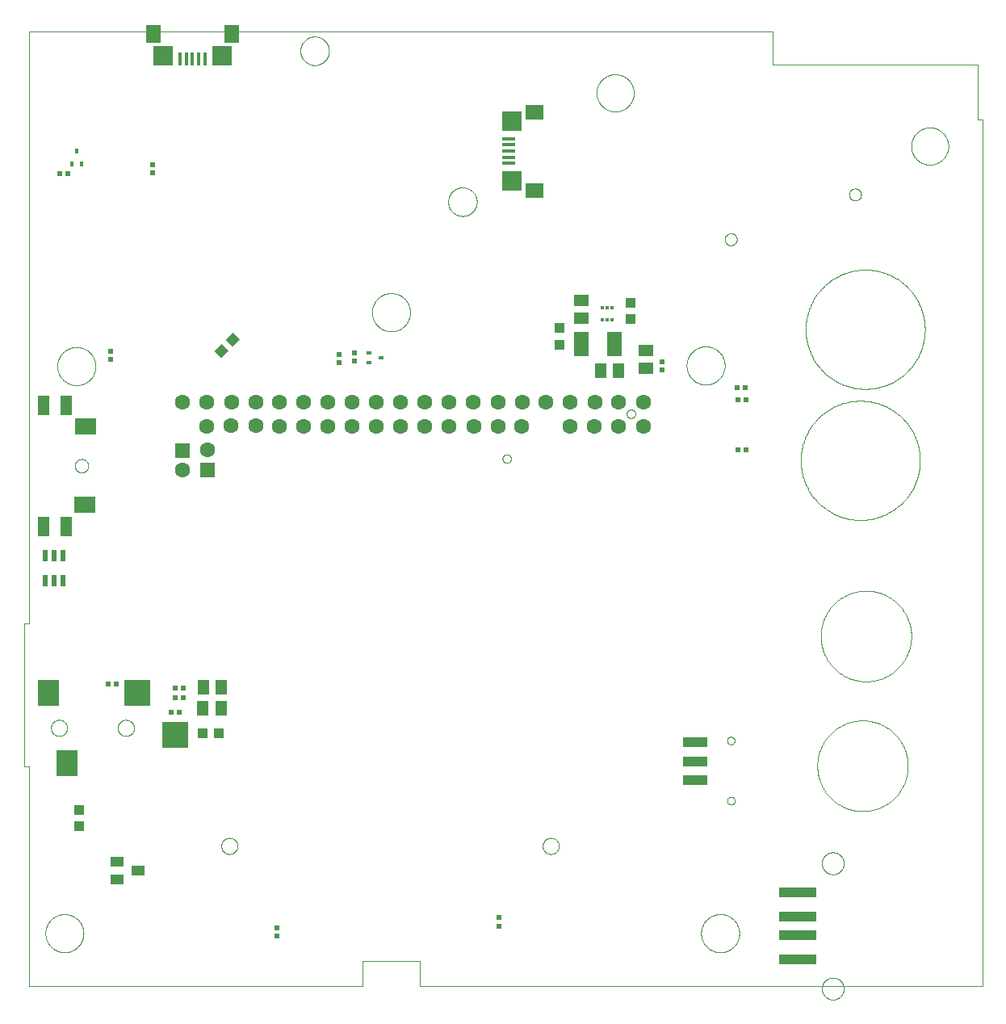
<source format=gbp>
G75*
%MOIN*%
%OFA0B0*%
%FSLAX25Y25*%
%IPPOS*%
%LPD*%
%AMOC8*
5,1,8,0,0,1.08239X$1,22.5*
%
%ADD10C,0.00000*%
%ADD11C,0.06299*%
%ADD12R,0.06299X0.06299*%
%ADD13R,0.04921X0.07874*%
%ADD14R,0.08858X0.07087*%
%ADD15R,0.08661X0.11024*%
%ADD16R,0.11024X0.11024*%
%ADD17R,0.03937X0.04331*%
%ADD18R,0.05118X0.05906*%
%ADD19R,0.02362X0.02165*%
%ADD20R,0.04331X0.03937*%
%ADD21R,0.02165X0.02362*%
%ADD22R,0.02000X0.01402*%
%ADD23R,0.05906X0.05118*%
%ADD24R,0.08268X0.07874*%
%ADD25R,0.06299X0.07480*%
%ADD26R,0.01575X0.05315*%
%ADD27R,0.15748X0.04409*%
%ADD28R,0.07874X0.08268*%
%ADD29R,0.07480X0.06299*%
%ADD30R,0.05315X0.01575*%
%ADD31R,0.05512X0.03937*%
%ADD32R,0.01181X0.01772*%
%ADD33R,0.05906X0.09843*%
%ADD34R,0.01402X0.02000*%
%ADD35R,0.02441X0.04803*%
%ADD36R,0.09843X0.03937*%
D10*
X0011407Y0006748D02*
X0011407Y0097299D01*
X0009439Y0097299D01*
X0009439Y0156354D01*
X0011407Y0156354D01*
X0011407Y0400449D01*
X0318494Y0400449D01*
X0318494Y0387063D01*
X0403140Y0387063D01*
X0403140Y0364425D01*
X0405108Y0364425D01*
X0405108Y0006748D01*
X0172825Y0006748D01*
X0172825Y0016787D01*
X0149203Y0016787D01*
X0149203Y0006748D01*
X0011407Y0006748D01*
X0018297Y0028402D02*
X0018299Y0028595D01*
X0018306Y0028788D01*
X0018318Y0028981D01*
X0018335Y0029174D01*
X0018356Y0029366D01*
X0018382Y0029557D01*
X0018413Y0029748D01*
X0018448Y0029938D01*
X0018488Y0030127D01*
X0018533Y0030315D01*
X0018582Y0030502D01*
X0018636Y0030688D01*
X0018694Y0030872D01*
X0018757Y0031055D01*
X0018825Y0031236D01*
X0018896Y0031415D01*
X0018973Y0031593D01*
X0019053Y0031769D01*
X0019138Y0031942D01*
X0019227Y0032114D01*
X0019320Y0032283D01*
X0019417Y0032450D01*
X0019519Y0032615D01*
X0019624Y0032777D01*
X0019733Y0032936D01*
X0019847Y0033093D01*
X0019964Y0033246D01*
X0020084Y0033397D01*
X0020209Y0033545D01*
X0020337Y0033690D01*
X0020468Y0033831D01*
X0020603Y0033970D01*
X0020742Y0034105D01*
X0020883Y0034236D01*
X0021028Y0034364D01*
X0021176Y0034489D01*
X0021327Y0034609D01*
X0021480Y0034726D01*
X0021637Y0034840D01*
X0021796Y0034949D01*
X0021958Y0035054D01*
X0022123Y0035156D01*
X0022290Y0035253D01*
X0022459Y0035346D01*
X0022631Y0035435D01*
X0022804Y0035520D01*
X0022980Y0035600D01*
X0023158Y0035677D01*
X0023337Y0035748D01*
X0023518Y0035816D01*
X0023701Y0035879D01*
X0023885Y0035937D01*
X0024071Y0035991D01*
X0024258Y0036040D01*
X0024446Y0036085D01*
X0024635Y0036125D01*
X0024825Y0036160D01*
X0025016Y0036191D01*
X0025207Y0036217D01*
X0025399Y0036238D01*
X0025592Y0036255D01*
X0025785Y0036267D01*
X0025978Y0036274D01*
X0026171Y0036276D01*
X0026364Y0036274D01*
X0026557Y0036267D01*
X0026750Y0036255D01*
X0026943Y0036238D01*
X0027135Y0036217D01*
X0027326Y0036191D01*
X0027517Y0036160D01*
X0027707Y0036125D01*
X0027896Y0036085D01*
X0028084Y0036040D01*
X0028271Y0035991D01*
X0028457Y0035937D01*
X0028641Y0035879D01*
X0028824Y0035816D01*
X0029005Y0035748D01*
X0029184Y0035677D01*
X0029362Y0035600D01*
X0029538Y0035520D01*
X0029711Y0035435D01*
X0029883Y0035346D01*
X0030052Y0035253D01*
X0030219Y0035156D01*
X0030384Y0035054D01*
X0030546Y0034949D01*
X0030705Y0034840D01*
X0030862Y0034726D01*
X0031015Y0034609D01*
X0031166Y0034489D01*
X0031314Y0034364D01*
X0031459Y0034236D01*
X0031600Y0034105D01*
X0031739Y0033970D01*
X0031874Y0033831D01*
X0032005Y0033690D01*
X0032133Y0033545D01*
X0032258Y0033397D01*
X0032378Y0033246D01*
X0032495Y0033093D01*
X0032609Y0032936D01*
X0032718Y0032777D01*
X0032823Y0032615D01*
X0032925Y0032450D01*
X0033022Y0032283D01*
X0033115Y0032114D01*
X0033204Y0031942D01*
X0033289Y0031769D01*
X0033369Y0031593D01*
X0033446Y0031415D01*
X0033517Y0031236D01*
X0033585Y0031055D01*
X0033648Y0030872D01*
X0033706Y0030688D01*
X0033760Y0030502D01*
X0033809Y0030315D01*
X0033854Y0030127D01*
X0033894Y0029938D01*
X0033929Y0029748D01*
X0033960Y0029557D01*
X0033986Y0029366D01*
X0034007Y0029174D01*
X0034024Y0028981D01*
X0034036Y0028788D01*
X0034043Y0028595D01*
X0034045Y0028402D01*
X0034043Y0028209D01*
X0034036Y0028016D01*
X0034024Y0027823D01*
X0034007Y0027630D01*
X0033986Y0027438D01*
X0033960Y0027247D01*
X0033929Y0027056D01*
X0033894Y0026866D01*
X0033854Y0026677D01*
X0033809Y0026489D01*
X0033760Y0026302D01*
X0033706Y0026116D01*
X0033648Y0025932D01*
X0033585Y0025749D01*
X0033517Y0025568D01*
X0033446Y0025389D01*
X0033369Y0025211D01*
X0033289Y0025035D01*
X0033204Y0024862D01*
X0033115Y0024690D01*
X0033022Y0024521D01*
X0032925Y0024354D01*
X0032823Y0024189D01*
X0032718Y0024027D01*
X0032609Y0023868D01*
X0032495Y0023711D01*
X0032378Y0023558D01*
X0032258Y0023407D01*
X0032133Y0023259D01*
X0032005Y0023114D01*
X0031874Y0022973D01*
X0031739Y0022834D01*
X0031600Y0022699D01*
X0031459Y0022568D01*
X0031314Y0022440D01*
X0031166Y0022315D01*
X0031015Y0022195D01*
X0030862Y0022078D01*
X0030705Y0021964D01*
X0030546Y0021855D01*
X0030384Y0021750D01*
X0030219Y0021648D01*
X0030052Y0021551D01*
X0029883Y0021458D01*
X0029711Y0021369D01*
X0029538Y0021284D01*
X0029362Y0021204D01*
X0029184Y0021127D01*
X0029005Y0021056D01*
X0028824Y0020988D01*
X0028641Y0020925D01*
X0028457Y0020867D01*
X0028271Y0020813D01*
X0028084Y0020764D01*
X0027896Y0020719D01*
X0027707Y0020679D01*
X0027517Y0020644D01*
X0027326Y0020613D01*
X0027135Y0020587D01*
X0026943Y0020566D01*
X0026750Y0020549D01*
X0026557Y0020537D01*
X0026364Y0020530D01*
X0026171Y0020528D01*
X0025978Y0020530D01*
X0025785Y0020537D01*
X0025592Y0020549D01*
X0025399Y0020566D01*
X0025207Y0020587D01*
X0025016Y0020613D01*
X0024825Y0020644D01*
X0024635Y0020679D01*
X0024446Y0020719D01*
X0024258Y0020764D01*
X0024071Y0020813D01*
X0023885Y0020867D01*
X0023701Y0020925D01*
X0023518Y0020988D01*
X0023337Y0021056D01*
X0023158Y0021127D01*
X0022980Y0021204D01*
X0022804Y0021284D01*
X0022631Y0021369D01*
X0022459Y0021458D01*
X0022290Y0021551D01*
X0022123Y0021648D01*
X0021958Y0021750D01*
X0021796Y0021855D01*
X0021637Y0021964D01*
X0021480Y0022078D01*
X0021327Y0022195D01*
X0021176Y0022315D01*
X0021028Y0022440D01*
X0020883Y0022568D01*
X0020742Y0022699D01*
X0020603Y0022834D01*
X0020468Y0022973D01*
X0020337Y0023114D01*
X0020209Y0023259D01*
X0020084Y0023407D01*
X0019964Y0023558D01*
X0019847Y0023711D01*
X0019733Y0023868D01*
X0019624Y0024027D01*
X0019519Y0024189D01*
X0019417Y0024354D01*
X0019320Y0024521D01*
X0019227Y0024690D01*
X0019138Y0024862D01*
X0019053Y0025035D01*
X0018973Y0025211D01*
X0018896Y0025389D01*
X0018825Y0025568D01*
X0018757Y0025749D01*
X0018694Y0025932D01*
X0018636Y0026116D01*
X0018582Y0026302D01*
X0018533Y0026489D01*
X0018488Y0026677D01*
X0018448Y0026866D01*
X0018413Y0027056D01*
X0018382Y0027247D01*
X0018356Y0027438D01*
X0018335Y0027630D01*
X0018318Y0027823D01*
X0018306Y0028016D01*
X0018299Y0028209D01*
X0018297Y0028402D01*
X0090935Y0064425D02*
X0090937Y0064540D01*
X0090943Y0064656D01*
X0090953Y0064771D01*
X0090967Y0064886D01*
X0090985Y0065000D01*
X0091007Y0065113D01*
X0091032Y0065226D01*
X0091062Y0065337D01*
X0091095Y0065448D01*
X0091132Y0065557D01*
X0091173Y0065665D01*
X0091218Y0065772D01*
X0091266Y0065877D01*
X0091318Y0065980D01*
X0091374Y0066081D01*
X0091433Y0066181D01*
X0091495Y0066278D01*
X0091561Y0066373D01*
X0091629Y0066466D01*
X0091701Y0066556D01*
X0091776Y0066644D01*
X0091855Y0066729D01*
X0091936Y0066811D01*
X0092019Y0066891D01*
X0092106Y0066967D01*
X0092195Y0067041D01*
X0092286Y0067111D01*
X0092380Y0067179D01*
X0092476Y0067243D01*
X0092575Y0067303D01*
X0092675Y0067360D01*
X0092777Y0067414D01*
X0092881Y0067464D01*
X0092987Y0067511D01*
X0093094Y0067554D01*
X0093203Y0067593D01*
X0093313Y0067628D01*
X0093424Y0067659D01*
X0093536Y0067687D01*
X0093649Y0067711D01*
X0093763Y0067731D01*
X0093878Y0067747D01*
X0093993Y0067759D01*
X0094108Y0067767D01*
X0094223Y0067771D01*
X0094339Y0067771D01*
X0094454Y0067767D01*
X0094569Y0067759D01*
X0094684Y0067747D01*
X0094799Y0067731D01*
X0094913Y0067711D01*
X0095026Y0067687D01*
X0095138Y0067659D01*
X0095249Y0067628D01*
X0095359Y0067593D01*
X0095468Y0067554D01*
X0095575Y0067511D01*
X0095681Y0067464D01*
X0095785Y0067414D01*
X0095887Y0067360D01*
X0095987Y0067303D01*
X0096086Y0067243D01*
X0096182Y0067179D01*
X0096276Y0067111D01*
X0096367Y0067041D01*
X0096456Y0066967D01*
X0096543Y0066891D01*
X0096626Y0066811D01*
X0096707Y0066729D01*
X0096786Y0066644D01*
X0096861Y0066556D01*
X0096933Y0066466D01*
X0097001Y0066373D01*
X0097067Y0066278D01*
X0097129Y0066181D01*
X0097188Y0066081D01*
X0097244Y0065980D01*
X0097296Y0065877D01*
X0097344Y0065772D01*
X0097389Y0065665D01*
X0097430Y0065557D01*
X0097467Y0065448D01*
X0097500Y0065337D01*
X0097530Y0065226D01*
X0097555Y0065113D01*
X0097577Y0065000D01*
X0097595Y0064886D01*
X0097609Y0064771D01*
X0097619Y0064656D01*
X0097625Y0064540D01*
X0097627Y0064425D01*
X0097625Y0064310D01*
X0097619Y0064194D01*
X0097609Y0064079D01*
X0097595Y0063964D01*
X0097577Y0063850D01*
X0097555Y0063737D01*
X0097530Y0063624D01*
X0097500Y0063513D01*
X0097467Y0063402D01*
X0097430Y0063293D01*
X0097389Y0063185D01*
X0097344Y0063078D01*
X0097296Y0062973D01*
X0097244Y0062870D01*
X0097188Y0062769D01*
X0097129Y0062669D01*
X0097067Y0062572D01*
X0097001Y0062477D01*
X0096933Y0062384D01*
X0096861Y0062294D01*
X0096786Y0062206D01*
X0096707Y0062121D01*
X0096626Y0062039D01*
X0096543Y0061959D01*
X0096456Y0061883D01*
X0096367Y0061809D01*
X0096276Y0061739D01*
X0096182Y0061671D01*
X0096086Y0061607D01*
X0095987Y0061547D01*
X0095887Y0061490D01*
X0095785Y0061436D01*
X0095681Y0061386D01*
X0095575Y0061339D01*
X0095468Y0061296D01*
X0095359Y0061257D01*
X0095249Y0061222D01*
X0095138Y0061191D01*
X0095026Y0061163D01*
X0094913Y0061139D01*
X0094799Y0061119D01*
X0094684Y0061103D01*
X0094569Y0061091D01*
X0094454Y0061083D01*
X0094339Y0061079D01*
X0094223Y0061079D01*
X0094108Y0061083D01*
X0093993Y0061091D01*
X0093878Y0061103D01*
X0093763Y0061119D01*
X0093649Y0061139D01*
X0093536Y0061163D01*
X0093424Y0061191D01*
X0093313Y0061222D01*
X0093203Y0061257D01*
X0093094Y0061296D01*
X0092987Y0061339D01*
X0092881Y0061386D01*
X0092777Y0061436D01*
X0092675Y0061490D01*
X0092575Y0061547D01*
X0092476Y0061607D01*
X0092380Y0061671D01*
X0092286Y0061739D01*
X0092195Y0061809D01*
X0092106Y0061883D01*
X0092019Y0061959D01*
X0091936Y0062039D01*
X0091855Y0062121D01*
X0091776Y0062206D01*
X0091701Y0062294D01*
X0091629Y0062384D01*
X0091561Y0062477D01*
X0091495Y0062572D01*
X0091433Y0062669D01*
X0091374Y0062769D01*
X0091318Y0062870D01*
X0091266Y0062973D01*
X0091218Y0063078D01*
X0091173Y0063185D01*
X0091132Y0063293D01*
X0091095Y0063402D01*
X0091062Y0063513D01*
X0091032Y0063624D01*
X0091007Y0063737D01*
X0090985Y0063850D01*
X0090967Y0063964D01*
X0090953Y0064079D01*
X0090943Y0064194D01*
X0090937Y0064310D01*
X0090935Y0064425D01*
X0048180Y0113126D02*
X0048182Y0113241D01*
X0048188Y0113357D01*
X0048198Y0113472D01*
X0048212Y0113587D01*
X0048230Y0113701D01*
X0048252Y0113814D01*
X0048277Y0113927D01*
X0048307Y0114038D01*
X0048340Y0114149D01*
X0048377Y0114258D01*
X0048418Y0114366D01*
X0048463Y0114473D01*
X0048511Y0114578D01*
X0048563Y0114681D01*
X0048619Y0114782D01*
X0048678Y0114882D01*
X0048740Y0114979D01*
X0048806Y0115074D01*
X0048874Y0115167D01*
X0048946Y0115257D01*
X0049021Y0115345D01*
X0049100Y0115430D01*
X0049181Y0115512D01*
X0049264Y0115592D01*
X0049351Y0115668D01*
X0049440Y0115742D01*
X0049531Y0115812D01*
X0049625Y0115880D01*
X0049721Y0115944D01*
X0049820Y0116004D01*
X0049920Y0116061D01*
X0050022Y0116115D01*
X0050126Y0116165D01*
X0050232Y0116212D01*
X0050339Y0116255D01*
X0050448Y0116294D01*
X0050558Y0116329D01*
X0050669Y0116360D01*
X0050781Y0116388D01*
X0050894Y0116412D01*
X0051008Y0116432D01*
X0051123Y0116448D01*
X0051238Y0116460D01*
X0051353Y0116468D01*
X0051468Y0116472D01*
X0051584Y0116472D01*
X0051699Y0116468D01*
X0051814Y0116460D01*
X0051929Y0116448D01*
X0052044Y0116432D01*
X0052158Y0116412D01*
X0052271Y0116388D01*
X0052383Y0116360D01*
X0052494Y0116329D01*
X0052604Y0116294D01*
X0052713Y0116255D01*
X0052820Y0116212D01*
X0052926Y0116165D01*
X0053030Y0116115D01*
X0053132Y0116061D01*
X0053232Y0116004D01*
X0053331Y0115944D01*
X0053427Y0115880D01*
X0053521Y0115812D01*
X0053612Y0115742D01*
X0053701Y0115668D01*
X0053788Y0115592D01*
X0053871Y0115512D01*
X0053952Y0115430D01*
X0054031Y0115345D01*
X0054106Y0115257D01*
X0054178Y0115167D01*
X0054246Y0115074D01*
X0054312Y0114979D01*
X0054374Y0114882D01*
X0054433Y0114782D01*
X0054489Y0114681D01*
X0054541Y0114578D01*
X0054589Y0114473D01*
X0054634Y0114366D01*
X0054675Y0114258D01*
X0054712Y0114149D01*
X0054745Y0114038D01*
X0054775Y0113927D01*
X0054800Y0113814D01*
X0054822Y0113701D01*
X0054840Y0113587D01*
X0054854Y0113472D01*
X0054864Y0113357D01*
X0054870Y0113241D01*
X0054872Y0113126D01*
X0054870Y0113011D01*
X0054864Y0112895D01*
X0054854Y0112780D01*
X0054840Y0112665D01*
X0054822Y0112551D01*
X0054800Y0112438D01*
X0054775Y0112325D01*
X0054745Y0112214D01*
X0054712Y0112103D01*
X0054675Y0111994D01*
X0054634Y0111886D01*
X0054589Y0111779D01*
X0054541Y0111674D01*
X0054489Y0111571D01*
X0054433Y0111470D01*
X0054374Y0111370D01*
X0054312Y0111273D01*
X0054246Y0111178D01*
X0054178Y0111085D01*
X0054106Y0110995D01*
X0054031Y0110907D01*
X0053952Y0110822D01*
X0053871Y0110740D01*
X0053788Y0110660D01*
X0053701Y0110584D01*
X0053612Y0110510D01*
X0053521Y0110440D01*
X0053427Y0110372D01*
X0053331Y0110308D01*
X0053232Y0110248D01*
X0053132Y0110191D01*
X0053030Y0110137D01*
X0052926Y0110087D01*
X0052820Y0110040D01*
X0052713Y0109997D01*
X0052604Y0109958D01*
X0052494Y0109923D01*
X0052383Y0109892D01*
X0052271Y0109864D01*
X0052158Y0109840D01*
X0052044Y0109820D01*
X0051929Y0109804D01*
X0051814Y0109792D01*
X0051699Y0109784D01*
X0051584Y0109780D01*
X0051468Y0109780D01*
X0051353Y0109784D01*
X0051238Y0109792D01*
X0051123Y0109804D01*
X0051008Y0109820D01*
X0050894Y0109840D01*
X0050781Y0109864D01*
X0050669Y0109892D01*
X0050558Y0109923D01*
X0050448Y0109958D01*
X0050339Y0109997D01*
X0050232Y0110040D01*
X0050126Y0110087D01*
X0050022Y0110137D01*
X0049920Y0110191D01*
X0049820Y0110248D01*
X0049721Y0110308D01*
X0049625Y0110372D01*
X0049531Y0110440D01*
X0049440Y0110510D01*
X0049351Y0110584D01*
X0049264Y0110660D01*
X0049181Y0110740D01*
X0049100Y0110822D01*
X0049021Y0110907D01*
X0048946Y0110995D01*
X0048874Y0111085D01*
X0048806Y0111178D01*
X0048740Y0111273D01*
X0048678Y0111370D01*
X0048619Y0111470D01*
X0048563Y0111571D01*
X0048511Y0111674D01*
X0048463Y0111779D01*
X0048418Y0111886D01*
X0048377Y0111994D01*
X0048340Y0112103D01*
X0048307Y0112214D01*
X0048277Y0112325D01*
X0048252Y0112438D01*
X0048230Y0112551D01*
X0048212Y0112665D01*
X0048198Y0112780D01*
X0048188Y0112895D01*
X0048182Y0113011D01*
X0048180Y0113126D01*
X0020621Y0113126D02*
X0020623Y0113241D01*
X0020629Y0113357D01*
X0020639Y0113472D01*
X0020653Y0113587D01*
X0020671Y0113701D01*
X0020693Y0113814D01*
X0020718Y0113927D01*
X0020748Y0114038D01*
X0020781Y0114149D01*
X0020818Y0114258D01*
X0020859Y0114366D01*
X0020904Y0114473D01*
X0020952Y0114578D01*
X0021004Y0114681D01*
X0021060Y0114782D01*
X0021119Y0114882D01*
X0021181Y0114979D01*
X0021247Y0115074D01*
X0021315Y0115167D01*
X0021387Y0115257D01*
X0021462Y0115345D01*
X0021541Y0115430D01*
X0021622Y0115512D01*
X0021705Y0115592D01*
X0021792Y0115668D01*
X0021881Y0115742D01*
X0021972Y0115812D01*
X0022066Y0115880D01*
X0022162Y0115944D01*
X0022261Y0116004D01*
X0022361Y0116061D01*
X0022463Y0116115D01*
X0022567Y0116165D01*
X0022673Y0116212D01*
X0022780Y0116255D01*
X0022889Y0116294D01*
X0022999Y0116329D01*
X0023110Y0116360D01*
X0023222Y0116388D01*
X0023335Y0116412D01*
X0023449Y0116432D01*
X0023564Y0116448D01*
X0023679Y0116460D01*
X0023794Y0116468D01*
X0023909Y0116472D01*
X0024025Y0116472D01*
X0024140Y0116468D01*
X0024255Y0116460D01*
X0024370Y0116448D01*
X0024485Y0116432D01*
X0024599Y0116412D01*
X0024712Y0116388D01*
X0024824Y0116360D01*
X0024935Y0116329D01*
X0025045Y0116294D01*
X0025154Y0116255D01*
X0025261Y0116212D01*
X0025367Y0116165D01*
X0025471Y0116115D01*
X0025573Y0116061D01*
X0025673Y0116004D01*
X0025772Y0115944D01*
X0025868Y0115880D01*
X0025962Y0115812D01*
X0026053Y0115742D01*
X0026142Y0115668D01*
X0026229Y0115592D01*
X0026312Y0115512D01*
X0026393Y0115430D01*
X0026472Y0115345D01*
X0026547Y0115257D01*
X0026619Y0115167D01*
X0026687Y0115074D01*
X0026753Y0114979D01*
X0026815Y0114882D01*
X0026874Y0114782D01*
X0026930Y0114681D01*
X0026982Y0114578D01*
X0027030Y0114473D01*
X0027075Y0114366D01*
X0027116Y0114258D01*
X0027153Y0114149D01*
X0027186Y0114038D01*
X0027216Y0113927D01*
X0027241Y0113814D01*
X0027263Y0113701D01*
X0027281Y0113587D01*
X0027295Y0113472D01*
X0027305Y0113357D01*
X0027311Y0113241D01*
X0027313Y0113126D01*
X0027311Y0113011D01*
X0027305Y0112895D01*
X0027295Y0112780D01*
X0027281Y0112665D01*
X0027263Y0112551D01*
X0027241Y0112438D01*
X0027216Y0112325D01*
X0027186Y0112214D01*
X0027153Y0112103D01*
X0027116Y0111994D01*
X0027075Y0111886D01*
X0027030Y0111779D01*
X0026982Y0111674D01*
X0026930Y0111571D01*
X0026874Y0111470D01*
X0026815Y0111370D01*
X0026753Y0111273D01*
X0026687Y0111178D01*
X0026619Y0111085D01*
X0026547Y0110995D01*
X0026472Y0110907D01*
X0026393Y0110822D01*
X0026312Y0110740D01*
X0026229Y0110660D01*
X0026142Y0110584D01*
X0026053Y0110510D01*
X0025962Y0110440D01*
X0025868Y0110372D01*
X0025772Y0110308D01*
X0025673Y0110248D01*
X0025573Y0110191D01*
X0025471Y0110137D01*
X0025367Y0110087D01*
X0025261Y0110040D01*
X0025154Y0109997D01*
X0025045Y0109958D01*
X0024935Y0109923D01*
X0024824Y0109892D01*
X0024712Y0109864D01*
X0024599Y0109840D01*
X0024485Y0109820D01*
X0024370Y0109804D01*
X0024255Y0109792D01*
X0024140Y0109784D01*
X0024025Y0109780D01*
X0023909Y0109780D01*
X0023794Y0109784D01*
X0023679Y0109792D01*
X0023564Y0109804D01*
X0023449Y0109820D01*
X0023335Y0109840D01*
X0023222Y0109864D01*
X0023110Y0109892D01*
X0022999Y0109923D01*
X0022889Y0109958D01*
X0022780Y0109997D01*
X0022673Y0110040D01*
X0022567Y0110087D01*
X0022463Y0110137D01*
X0022361Y0110191D01*
X0022261Y0110248D01*
X0022162Y0110308D01*
X0022066Y0110372D01*
X0021972Y0110440D01*
X0021881Y0110510D01*
X0021792Y0110584D01*
X0021705Y0110660D01*
X0021622Y0110740D01*
X0021541Y0110822D01*
X0021462Y0110907D01*
X0021387Y0110995D01*
X0021315Y0111085D01*
X0021247Y0111178D01*
X0021181Y0111273D01*
X0021119Y0111370D01*
X0021060Y0111470D01*
X0021004Y0111571D01*
X0020952Y0111674D01*
X0020904Y0111779D01*
X0020859Y0111886D01*
X0020818Y0111994D01*
X0020781Y0112103D01*
X0020748Y0112214D01*
X0020718Y0112325D01*
X0020693Y0112438D01*
X0020671Y0112551D01*
X0020653Y0112665D01*
X0020639Y0112780D01*
X0020629Y0112895D01*
X0020623Y0113011D01*
X0020621Y0113126D01*
X0031054Y0205213D02*
X0031056Y0205306D01*
X0031062Y0205398D01*
X0031072Y0205490D01*
X0031086Y0205581D01*
X0031103Y0205672D01*
X0031125Y0205762D01*
X0031150Y0205851D01*
X0031179Y0205939D01*
X0031212Y0206025D01*
X0031249Y0206110D01*
X0031289Y0206194D01*
X0031333Y0206275D01*
X0031380Y0206355D01*
X0031430Y0206433D01*
X0031484Y0206508D01*
X0031541Y0206581D01*
X0031601Y0206651D01*
X0031664Y0206719D01*
X0031730Y0206784D01*
X0031798Y0206846D01*
X0031869Y0206906D01*
X0031943Y0206962D01*
X0032019Y0207015D01*
X0032097Y0207064D01*
X0032177Y0207111D01*
X0032259Y0207153D01*
X0032343Y0207193D01*
X0032428Y0207228D01*
X0032515Y0207260D01*
X0032603Y0207289D01*
X0032692Y0207313D01*
X0032782Y0207334D01*
X0032873Y0207350D01*
X0032965Y0207363D01*
X0033057Y0207372D01*
X0033150Y0207377D01*
X0033242Y0207378D01*
X0033335Y0207375D01*
X0033427Y0207368D01*
X0033519Y0207357D01*
X0033610Y0207342D01*
X0033701Y0207324D01*
X0033791Y0207301D01*
X0033879Y0207275D01*
X0033967Y0207245D01*
X0034053Y0207211D01*
X0034137Y0207174D01*
X0034220Y0207132D01*
X0034301Y0207088D01*
X0034381Y0207040D01*
X0034458Y0206989D01*
X0034532Y0206934D01*
X0034605Y0206876D01*
X0034675Y0206816D01*
X0034742Y0206752D01*
X0034806Y0206686D01*
X0034868Y0206616D01*
X0034926Y0206545D01*
X0034981Y0206471D01*
X0035033Y0206394D01*
X0035082Y0206315D01*
X0035128Y0206235D01*
X0035170Y0206152D01*
X0035208Y0206068D01*
X0035243Y0205982D01*
X0035274Y0205895D01*
X0035301Y0205807D01*
X0035324Y0205717D01*
X0035344Y0205627D01*
X0035360Y0205536D01*
X0035372Y0205444D01*
X0035380Y0205352D01*
X0035384Y0205259D01*
X0035384Y0205167D01*
X0035380Y0205074D01*
X0035372Y0204982D01*
X0035360Y0204890D01*
X0035344Y0204799D01*
X0035324Y0204709D01*
X0035301Y0204619D01*
X0035274Y0204531D01*
X0035243Y0204444D01*
X0035208Y0204358D01*
X0035170Y0204274D01*
X0035128Y0204191D01*
X0035082Y0204111D01*
X0035033Y0204032D01*
X0034981Y0203955D01*
X0034926Y0203881D01*
X0034868Y0203810D01*
X0034806Y0203740D01*
X0034742Y0203674D01*
X0034675Y0203610D01*
X0034605Y0203550D01*
X0034532Y0203492D01*
X0034458Y0203437D01*
X0034381Y0203386D01*
X0034302Y0203338D01*
X0034220Y0203294D01*
X0034137Y0203252D01*
X0034053Y0203215D01*
X0033967Y0203181D01*
X0033879Y0203151D01*
X0033791Y0203125D01*
X0033701Y0203102D01*
X0033610Y0203084D01*
X0033519Y0203069D01*
X0033427Y0203058D01*
X0033335Y0203051D01*
X0033242Y0203048D01*
X0033150Y0203049D01*
X0033057Y0203054D01*
X0032965Y0203063D01*
X0032873Y0203076D01*
X0032782Y0203092D01*
X0032692Y0203113D01*
X0032603Y0203137D01*
X0032515Y0203166D01*
X0032428Y0203198D01*
X0032343Y0203233D01*
X0032259Y0203273D01*
X0032177Y0203315D01*
X0032097Y0203362D01*
X0032019Y0203411D01*
X0031943Y0203464D01*
X0031869Y0203520D01*
X0031798Y0203580D01*
X0031730Y0203642D01*
X0031664Y0203707D01*
X0031601Y0203775D01*
X0031541Y0203845D01*
X0031484Y0203918D01*
X0031430Y0203993D01*
X0031380Y0204071D01*
X0031333Y0204151D01*
X0031289Y0204232D01*
X0031249Y0204316D01*
X0031212Y0204401D01*
X0031179Y0204487D01*
X0031150Y0204575D01*
X0031125Y0204664D01*
X0031103Y0204754D01*
X0031086Y0204845D01*
X0031072Y0204936D01*
X0031062Y0205028D01*
X0031056Y0205120D01*
X0031054Y0205213D01*
X0030463Y0221354D02*
X0030465Y0221459D01*
X0030471Y0221564D01*
X0030481Y0221668D01*
X0030495Y0221772D01*
X0030513Y0221876D01*
X0030535Y0221978D01*
X0030560Y0222080D01*
X0030590Y0222181D01*
X0030623Y0222280D01*
X0030660Y0222378D01*
X0030701Y0222475D01*
X0030746Y0222570D01*
X0030794Y0222663D01*
X0030845Y0222755D01*
X0030901Y0222844D01*
X0030959Y0222931D01*
X0031021Y0223016D01*
X0031085Y0223099D01*
X0031153Y0223179D01*
X0031224Y0223256D01*
X0031298Y0223330D01*
X0031375Y0223402D01*
X0031454Y0223471D01*
X0031536Y0223536D01*
X0031620Y0223599D01*
X0031707Y0223658D01*
X0031796Y0223714D01*
X0031887Y0223767D01*
X0031980Y0223816D01*
X0032074Y0223861D01*
X0032170Y0223903D01*
X0032268Y0223941D01*
X0032367Y0223975D01*
X0032468Y0224006D01*
X0032569Y0224032D01*
X0032672Y0224055D01*
X0032775Y0224074D01*
X0032879Y0224089D01*
X0032983Y0224100D01*
X0033088Y0224107D01*
X0033193Y0224110D01*
X0033298Y0224109D01*
X0033403Y0224104D01*
X0033507Y0224095D01*
X0033611Y0224082D01*
X0033715Y0224065D01*
X0033818Y0224044D01*
X0033920Y0224019D01*
X0034021Y0223991D01*
X0034120Y0223958D01*
X0034219Y0223922D01*
X0034316Y0223882D01*
X0034411Y0223839D01*
X0034505Y0223791D01*
X0034597Y0223741D01*
X0034687Y0223687D01*
X0034775Y0223629D01*
X0034860Y0223568D01*
X0034943Y0223504D01*
X0035024Y0223437D01*
X0035102Y0223367D01*
X0035177Y0223293D01*
X0035249Y0223218D01*
X0035319Y0223139D01*
X0035385Y0223058D01*
X0035449Y0222974D01*
X0035509Y0222888D01*
X0035565Y0222800D01*
X0035619Y0222709D01*
X0035669Y0222617D01*
X0035715Y0222523D01*
X0035758Y0222427D01*
X0035797Y0222329D01*
X0035832Y0222231D01*
X0035863Y0222130D01*
X0035891Y0222029D01*
X0035915Y0221927D01*
X0035935Y0221824D01*
X0035951Y0221720D01*
X0035963Y0221616D01*
X0035971Y0221511D01*
X0035975Y0221406D01*
X0035975Y0221302D01*
X0035971Y0221197D01*
X0035963Y0221092D01*
X0035951Y0220988D01*
X0035935Y0220884D01*
X0035915Y0220781D01*
X0035891Y0220679D01*
X0035863Y0220578D01*
X0035832Y0220477D01*
X0035797Y0220379D01*
X0035758Y0220281D01*
X0035715Y0220185D01*
X0035669Y0220091D01*
X0035619Y0219999D01*
X0035565Y0219908D01*
X0035509Y0219820D01*
X0035449Y0219734D01*
X0035385Y0219650D01*
X0035319Y0219569D01*
X0035249Y0219490D01*
X0035177Y0219415D01*
X0035102Y0219341D01*
X0035024Y0219271D01*
X0034943Y0219204D01*
X0034860Y0219140D01*
X0034775Y0219079D01*
X0034687Y0219021D01*
X0034597Y0218967D01*
X0034505Y0218917D01*
X0034411Y0218869D01*
X0034316Y0218826D01*
X0034219Y0218786D01*
X0034120Y0218750D01*
X0034021Y0218717D01*
X0033920Y0218689D01*
X0033818Y0218664D01*
X0033715Y0218643D01*
X0033611Y0218626D01*
X0033507Y0218613D01*
X0033403Y0218604D01*
X0033298Y0218599D01*
X0033193Y0218598D01*
X0033088Y0218601D01*
X0032983Y0218608D01*
X0032879Y0218619D01*
X0032775Y0218634D01*
X0032672Y0218653D01*
X0032569Y0218676D01*
X0032468Y0218702D01*
X0032367Y0218733D01*
X0032268Y0218767D01*
X0032170Y0218805D01*
X0032074Y0218847D01*
X0031980Y0218892D01*
X0031887Y0218941D01*
X0031796Y0218994D01*
X0031707Y0219050D01*
X0031620Y0219109D01*
X0031536Y0219172D01*
X0031454Y0219237D01*
X0031375Y0219306D01*
X0031298Y0219378D01*
X0031224Y0219452D01*
X0031153Y0219529D01*
X0031085Y0219609D01*
X0031021Y0219692D01*
X0030959Y0219777D01*
X0030901Y0219864D01*
X0030845Y0219953D01*
X0030794Y0220045D01*
X0030746Y0220138D01*
X0030701Y0220233D01*
X0030660Y0220330D01*
X0030623Y0220428D01*
X0030590Y0220527D01*
X0030560Y0220628D01*
X0030535Y0220730D01*
X0030513Y0220832D01*
X0030495Y0220936D01*
X0030481Y0221040D01*
X0030471Y0221144D01*
X0030465Y0221249D01*
X0030463Y0221354D01*
X0031054Y0237496D02*
X0031056Y0237589D01*
X0031062Y0237681D01*
X0031072Y0237773D01*
X0031086Y0237864D01*
X0031103Y0237955D01*
X0031125Y0238045D01*
X0031150Y0238134D01*
X0031179Y0238222D01*
X0031212Y0238308D01*
X0031249Y0238393D01*
X0031289Y0238477D01*
X0031333Y0238558D01*
X0031380Y0238638D01*
X0031430Y0238716D01*
X0031484Y0238791D01*
X0031541Y0238864D01*
X0031601Y0238934D01*
X0031664Y0239002D01*
X0031730Y0239067D01*
X0031798Y0239129D01*
X0031869Y0239189D01*
X0031943Y0239245D01*
X0032019Y0239298D01*
X0032097Y0239347D01*
X0032177Y0239394D01*
X0032259Y0239436D01*
X0032343Y0239476D01*
X0032428Y0239511D01*
X0032515Y0239543D01*
X0032603Y0239572D01*
X0032692Y0239596D01*
X0032782Y0239617D01*
X0032873Y0239633D01*
X0032965Y0239646D01*
X0033057Y0239655D01*
X0033150Y0239660D01*
X0033242Y0239661D01*
X0033335Y0239658D01*
X0033427Y0239651D01*
X0033519Y0239640D01*
X0033610Y0239625D01*
X0033701Y0239607D01*
X0033791Y0239584D01*
X0033879Y0239558D01*
X0033967Y0239528D01*
X0034053Y0239494D01*
X0034137Y0239457D01*
X0034220Y0239415D01*
X0034301Y0239371D01*
X0034381Y0239323D01*
X0034458Y0239272D01*
X0034532Y0239217D01*
X0034605Y0239159D01*
X0034675Y0239099D01*
X0034742Y0239035D01*
X0034806Y0238969D01*
X0034868Y0238899D01*
X0034926Y0238828D01*
X0034981Y0238754D01*
X0035033Y0238677D01*
X0035082Y0238598D01*
X0035128Y0238518D01*
X0035170Y0238435D01*
X0035208Y0238351D01*
X0035243Y0238265D01*
X0035274Y0238178D01*
X0035301Y0238090D01*
X0035324Y0238000D01*
X0035344Y0237910D01*
X0035360Y0237819D01*
X0035372Y0237727D01*
X0035380Y0237635D01*
X0035384Y0237542D01*
X0035384Y0237450D01*
X0035380Y0237357D01*
X0035372Y0237265D01*
X0035360Y0237173D01*
X0035344Y0237082D01*
X0035324Y0236992D01*
X0035301Y0236902D01*
X0035274Y0236814D01*
X0035243Y0236727D01*
X0035208Y0236641D01*
X0035170Y0236557D01*
X0035128Y0236474D01*
X0035082Y0236394D01*
X0035033Y0236315D01*
X0034981Y0236238D01*
X0034926Y0236164D01*
X0034868Y0236093D01*
X0034806Y0236023D01*
X0034742Y0235957D01*
X0034675Y0235893D01*
X0034605Y0235833D01*
X0034532Y0235775D01*
X0034458Y0235720D01*
X0034381Y0235669D01*
X0034302Y0235621D01*
X0034220Y0235577D01*
X0034137Y0235535D01*
X0034053Y0235498D01*
X0033967Y0235464D01*
X0033879Y0235434D01*
X0033791Y0235408D01*
X0033701Y0235385D01*
X0033610Y0235367D01*
X0033519Y0235352D01*
X0033427Y0235341D01*
X0033335Y0235334D01*
X0033242Y0235331D01*
X0033150Y0235332D01*
X0033057Y0235337D01*
X0032965Y0235346D01*
X0032873Y0235359D01*
X0032782Y0235375D01*
X0032692Y0235396D01*
X0032603Y0235420D01*
X0032515Y0235449D01*
X0032428Y0235481D01*
X0032343Y0235516D01*
X0032259Y0235556D01*
X0032177Y0235598D01*
X0032097Y0235645D01*
X0032019Y0235694D01*
X0031943Y0235747D01*
X0031869Y0235803D01*
X0031798Y0235863D01*
X0031730Y0235925D01*
X0031664Y0235990D01*
X0031601Y0236058D01*
X0031541Y0236128D01*
X0031484Y0236201D01*
X0031430Y0236276D01*
X0031380Y0236354D01*
X0031333Y0236434D01*
X0031289Y0236515D01*
X0031249Y0236599D01*
X0031212Y0236684D01*
X0031179Y0236770D01*
X0031150Y0236858D01*
X0031125Y0236947D01*
X0031103Y0237037D01*
X0031086Y0237128D01*
X0031072Y0237219D01*
X0031062Y0237311D01*
X0031056Y0237403D01*
X0031054Y0237496D01*
X0023219Y0262457D02*
X0023221Y0262650D01*
X0023228Y0262843D01*
X0023240Y0263036D01*
X0023257Y0263229D01*
X0023278Y0263421D01*
X0023304Y0263612D01*
X0023335Y0263803D01*
X0023370Y0263993D01*
X0023410Y0264182D01*
X0023455Y0264370D01*
X0023504Y0264557D01*
X0023558Y0264743D01*
X0023616Y0264927D01*
X0023679Y0265110D01*
X0023747Y0265291D01*
X0023818Y0265470D01*
X0023895Y0265648D01*
X0023975Y0265824D01*
X0024060Y0265997D01*
X0024149Y0266169D01*
X0024242Y0266338D01*
X0024339Y0266505D01*
X0024441Y0266670D01*
X0024546Y0266832D01*
X0024655Y0266991D01*
X0024769Y0267148D01*
X0024886Y0267301D01*
X0025006Y0267452D01*
X0025131Y0267600D01*
X0025259Y0267745D01*
X0025390Y0267886D01*
X0025525Y0268025D01*
X0025664Y0268160D01*
X0025805Y0268291D01*
X0025950Y0268419D01*
X0026098Y0268544D01*
X0026249Y0268664D01*
X0026402Y0268781D01*
X0026559Y0268895D01*
X0026718Y0269004D01*
X0026880Y0269109D01*
X0027045Y0269211D01*
X0027212Y0269308D01*
X0027381Y0269401D01*
X0027553Y0269490D01*
X0027726Y0269575D01*
X0027902Y0269655D01*
X0028080Y0269732D01*
X0028259Y0269803D01*
X0028440Y0269871D01*
X0028623Y0269934D01*
X0028807Y0269992D01*
X0028993Y0270046D01*
X0029180Y0270095D01*
X0029368Y0270140D01*
X0029557Y0270180D01*
X0029747Y0270215D01*
X0029938Y0270246D01*
X0030129Y0270272D01*
X0030321Y0270293D01*
X0030514Y0270310D01*
X0030707Y0270322D01*
X0030900Y0270329D01*
X0031093Y0270331D01*
X0031286Y0270329D01*
X0031479Y0270322D01*
X0031672Y0270310D01*
X0031865Y0270293D01*
X0032057Y0270272D01*
X0032248Y0270246D01*
X0032439Y0270215D01*
X0032629Y0270180D01*
X0032818Y0270140D01*
X0033006Y0270095D01*
X0033193Y0270046D01*
X0033379Y0269992D01*
X0033563Y0269934D01*
X0033746Y0269871D01*
X0033927Y0269803D01*
X0034106Y0269732D01*
X0034284Y0269655D01*
X0034460Y0269575D01*
X0034633Y0269490D01*
X0034805Y0269401D01*
X0034974Y0269308D01*
X0035141Y0269211D01*
X0035306Y0269109D01*
X0035468Y0269004D01*
X0035627Y0268895D01*
X0035784Y0268781D01*
X0035937Y0268664D01*
X0036088Y0268544D01*
X0036236Y0268419D01*
X0036381Y0268291D01*
X0036522Y0268160D01*
X0036661Y0268025D01*
X0036796Y0267886D01*
X0036927Y0267745D01*
X0037055Y0267600D01*
X0037180Y0267452D01*
X0037300Y0267301D01*
X0037417Y0267148D01*
X0037531Y0266991D01*
X0037640Y0266832D01*
X0037745Y0266670D01*
X0037847Y0266505D01*
X0037944Y0266338D01*
X0038037Y0266169D01*
X0038126Y0265997D01*
X0038211Y0265824D01*
X0038291Y0265648D01*
X0038368Y0265470D01*
X0038439Y0265291D01*
X0038507Y0265110D01*
X0038570Y0264927D01*
X0038628Y0264743D01*
X0038682Y0264557D01*
X0038731Y0264370D01*
X0038776Y0264182D01*
X0038816Y0263993D01*
X0038851Y0263803D01*
X0038882Y0263612D01*
X0038908Y0263421D01*
X0038929Y0263229D01*
X0038946Y0263036D01*
X0038958Y0262843D01*
X0038965Y0262650D01*
X0038967Y0262457D01*
X0038965Y0262264D01*
X0038958Y0262071D01*
X0038946Y0261878D01*
X0038929Y0261685D01*
X0038908Y0261493D01*
X0038882Y0261302D01*
X0038851Y0261111D01*
X0038816Y0260921D01*
X0038776Y0260732D01*
X0038731Y0260544D01*
X0038682Y0260357D01*
X0038628Y0260171D01*
X0038570Y0259987D01*
X0038507Y0259804D01*
X0038439Y0259623D01*
X0038368Y0259444D01*
X0038291Y0259266D01*
X0038211Y0259090D01*
X0038126Y0258917D01*
X0038037Y0258745D01*
X0037944Y0258576D01*
X0037847Y0258409D01*
X0037745Y0258244D01*
X0037640Y0258082D01*
X0037531Y0257923D01*
X0037417Y0257766D01*
X0037300Y0257613D01*
X0037180Y0257462D01*
X0037055Y0257314D01*
X0036927Y0257169D01*
X0036796Y0257028D01*
X0036661Y0256889D01*
X0036522Y0256754D01*
X0036381Y0256623D01*
X0036236Y0256495D01*
X0036088Y0256370D01*
X0035937Y0256250D01*
X0035784Y0256133D01*
X0035627Y0256019D01*
X0035468Y0255910D01*
X0035306Y0255805D01*
X0035141Y0255703D01*
X0034974Y0255606D01*
X0034805Y0255513D01*
X0034633Y0255424D01*
X0034460Y0255339D01*
X0034284Y0255259D01*
X0034106Y0255182D01*
X0033927Y0255111D01*
X0033746Y0255043D01*
X0033563Y0254980D01*
X0033379Y0254922D01*
X0033193Y0254868D01*
X0033006Y0254819D01*
X0032818Y0254774D01*
X0032629Y0254734D01*
X0032439Y0254699D01*
X0032248Y0254668D01*
X0032057Y0254642D01*
X0031865Y0254621D01*
X0031672Y0254604D01*
X0031479Y0254592D01*
X0031286Y0254585D01*
X0031093Y0254583D01*
X0030900Y0254585D01*
X0030707Y0254592D01*
X0030514Y0254604D01*
X0030321Y0254621D01*
X0030129Y0254642D01*
X0029938Y0254668D01*
X0029747Y0254699D01*
X0029557Y0254734D01*
X0029368Y0254774D01*
X0029180Y0254819D01*
X0028993Y0254868D01*
X0028807Y0254922D01*
X0028623Y0254980D01*
X0028440Y0255043D01*
X0028259Y0255111D01*
X0028080Y0255182D01*
X0027902Y0255259D01*
X0027726Y0255339D01*
X0027553Y0255424D01*
X0027381Y0255513D01*
X0027212Y0255606D01*
X0027045Y0255703D01*
X0026880Y0255805D01*
X0026718Y0255910D01*
X0026559Y0256019D01*
X0026402Y0256133D01*
X0026249Y0256250D01*
X0026098Y0256370D01*
X0025950Y0256495D01*
X0025805Y0256623D01*
X0025664Y0256754D01*
X0025525Y0256889D01*
X0025390Y0257028D01*
X0025259Y0257169D01*
X0025131Y0257314D01*
X0025006Y0257462D01*
X0024886Y0257613D01*
X0024769Y0257766D01*
X0024655Y0257923D01*
X0024546Y0258082D01*
X0024441Y0258244D01*
X0024339Y0258409D01*
X0024242Y0258576D01*
X0024149Y0258745D01*
X0024060Y0258917D01*
X0023975Y0259090D01*
X0023895Y0259266D01*
X0023818Y0259444D01*
X0023747Y0259623D01*
X0023679Y0259804D01*
X0023616Y0259987D01*
X0023558Y0260171D01*
X0023504Y0260357D01*
X0023455Y0260544D01*
X0023410Y0260732D01*
X0023370Y0260921D01*
X0023335Y0261111D01*
X0023304Y0261302D01*
X0023278Y0261493D01*
X0023257Y0261685D01*
X0023240Y0261878D01*
X0023228Y0262071D01*
X0023221Y0262264D01*
X0023219Y0262457D01*
X0123572Y0392614D02*
X0123574Y0392767D01*
X0123580Y0392921D01*
X0123590Y0393074D01*
X0123604Y0393226D01*
X0123622Y0393379D01*
X0123644Y0393530D01*
X0123669Y0393681D01*
X0123699Y0393832D01*
X0123733Y0393982D01*
X0123770Y0394130D01*
X0123811Y0394278D01*
X0123856Y0394424D01*
X0123905Y0394570D01*
X0123958Y0394714D01*
X0124014Y0394856D01*
X0124074Y0394997D01*
X0124138Y0395137D01*
X0124205Y0395275D01*
X0124276Y0395411D01*
X0124351Y0395545D01*
X0124428Y0395677D01*
X0124510Y0395807D01*
X0124594Y0395935D01*
X0124682Y0396061D01*
X0124773Y0396184D01*
X0124867Y0396305D01*
X0124965Y0396423D01*
X0125065Y0396539D01*
X0125169Y0396652D01*
X0125275Y0396763D01*
X0125384Y0396871D01*
X0125496Y0396976D01*
X0125610Y0397077D01*
X0125728Y0397176D01*
X0125847Y0397272D01*
X0125969Y0397365D01*
X0126094Y0397454D01*
X0126221Y0397541D01*
X0126350Y0397623D01*
X0126481Y0397703D01*
X0126614Y0397779D01*
X0126749Y0397852D01*
X0126886Y0397921D01*
X0127025Y0397986D01*
X0127165Y0398048D01*
X0127307Y0398106D01*
X0127450Y0398161D01*
X0127595Y0398212D01*
X0127741Y0398259D01*
X0127888Y0398302D01*
X0128036Y0398341D01*
X0128185Y0398377D01*
X0128335Y0398408D01*
X0128486Y0398436D01*
X0128637Y0398460D01*
X0128790Y0398480D01*
X0128942Y0398496D01*
X0129095Y0398508D01*
X0129248Y0398516D01*
X0129401Y0398520D01*
X0129555Y0398520D01*
X0129708Y0398516D01*
X0129861Y0398508D01*
X0130014Y0398496D01*
X0130166Y0398480D01*
X0130319Y0398460D01*
X0130470Y0398436D01*
X0130621Y0398408D01*
X0130771Y0398377D01*
X0130920Y0398341D01*
X0131068Y0398302D01*
X0131215Y0398259D01*
X0131361Y0398212D01*
X0131506Y0398161D01*
X0131649Y0398106D01*
X0131791Y0398048D01*
X0131931Y0397986D01*
X0132070Y0397921D01*
X0132207Y0397852D01*
X0132342Y0397779D01*
X0132475Y0397703D01*
X0132606Y0397623D01*
X0132735Y0397541D01*
X0132862Y0397454D01*
X0132987Y0397365D01*
X0133109Y0397272D01*
X0133228Y0397176D01*
X0133346Y0397077D01*
X0133460Y0396976D01*
X0133572Y0396871D01*
X0133681Y0396763D01*
X0133787Y0396652D01*
X0133891Y0396539D01*
X0133991Y0396423D01*
X0134089Y0396305D01*
X0134183Y0396184D01*
X0134274Y0396061D01*
X0134362Y0395935D01*
X0134446Y0395807D01*
X0134528Y0395677D01*
X0134605Y0395545D01*
X0134680Y0395411D01*
X0134751Y0395275D01*
X0134818Y0395137D01*
X0134882Y0394997D01*
X0134942Y0394856D01*
X0134998Y0394714D01*
X0135051Y0394570D01*
X0135100Y0394424D01*
X0135145Y0394278D01*
X0135186Y0394130D01*
X0135223Y0393982D01*
X0135257Y0393832D01*
X0135287Y0393681D01*
X0135312Y0393530D01*
X0135334Y0393379D01*
X0135352Y0393226D01*
X0135366Y0393074D01*
X0135376Y0392921D01*
X0135382Y0392767D01*
X0135384Y0392614D01*
X0135382Y0392461D01*
X0135376Y0392307D01*
X0135366Y0392154D01*
X0135352Y0392002D01*
X0135334Y0391849D01*
X0135312Y0391698D01*
X0135287Y0391547D01*
X0135257Y0391396D01*
X0135223Y0391246D01*
X0135186Y0391098D01*
X0135145Y0390950D01*
X0135100Y0390804D01*
X0135051Y0390658D01*
X0134998Y0390514D01*
X0134942Y0390372D01*
X0134882Y0390231D01*
X0134818Y0390091D01*
X0134751Y0389953D01*
X0134680Y0389817D01*
X0134605Y0389683D01*
X0134528Y0389551D01*
X0134446Y0389421D01*
X0134362Y0389293D01*
X0134274Y0389167D01*
X0134183Y0389044D01*
X0134089Y0388923D01*
X0133991Y0388805D01*
X0133891Y0388689D01*
X0133787Y0388576D01*
X0133681Y0388465D01*
X0133572Y0388357D01*
X0133460Y0388252D01*
X0133346Y0388151D01*
X0133228Y0388052D01*
X0133109Y0387956D01*
X0132987Y0387863D01*
X0132862Y0387774D01*
X0132735Y0387687D01*
X0132606Y0387605D01*
X0132475Y0387525D01*
X0132342Y0387449D01*
X0132207Y0387376D01*
X0132070Y0387307D01*
X0131931Y0387242D01*
X0131791Y0387180D01*
X0131649Y0387122D01*
X0131506Y0387067D01*
X0131361Y0387016D01*
X0131215Y0386969D01*
X0131068Y0386926D01*
X0130920Y0386887D01*
X0130771Y0386851D01*
X0130621Y0386820D01*
X0130470Y0386792D01*
X0130319Y0386768D01*
X0130166Y0386748D01*
X0130014Y0386732D01*
X0129861Y0386720D01*
X0129708Y0386712D01*
X0129555Y0386708D01*
X0129401Y0386708D01*
X0129248Y0386712D01*
X0129095Y0386720D01*
X0128942Y0386732D01*
X0128790Y0386748D01*
X0128637Y0386768D01*
X0128486Y0386792D01*
X0128335Y0386820D01*
X0128185Y0386851D01*
X0128036Y0386887D01*
X0127888Y0386926D01*
X0127741Y0386969D01*
X0127595Y0387016D01*
X0127450Y0387067D01*
X0127307Y0387122D01*
X0127165Y0387180D01*
X0127025Y0387242D01*
X0126886Y0387307D01*
X0126749Y0387376D01*
X0126614Y0387449D01*
X0126481Y0387525D01*
X0126350Y0387605D01*
X0126221Y0387687D01*
X0126094Y0387774D01*
X0125969Y0387863D01*
X0125847Y0387956D01*
X0125728Y0388052D01*
X0125610Y0388151D01*
X0125496Y0388252D01*
X0125384Y0388357D01*
X0125275Y0388465D01*
X0125169Y0388576D01*
X0125065Y0388689D01*
X0124965Y0388805D01*
X0124867Y0388923D01*
X0124773Y0389044D01*
X0124682Y0389167D01*
X0124594Y0389293D01*
X0124510Y0389421D01*
X0124428Y0389551D01*
X0124351Y0389683D01*
X0124276Y0389817D01*
X0124205Y0389953D01*
X0124138Y0390091D01*
X0124074Y0390231D01*
X0124014Y0390372D01*
X0123958Y0390514D01*
X0123905Y0390658D01*
X0123856Y0390804D01*
X0123811Y0390950D01*
X0123770Y0391098D01*
X0123733Y0391246D01*
X0123699Y0391396D01*
X0123669Y0391547D01*
X0123644Y0391698D01*
X0123622Y0391849D01*
X0123604Y0392002D01*
X0123590Y0392154D01*
X0123580Y0392307D01*
X0123574Y0392461D01*
X0123572Y0392614D01*
X0184596Y0330331D02*
X0184598Y0330484D01*
X0184604Y0330638D01*
X0184614Y0330791D01*
X0184628Y0330943D01*
X0184646Y0331096D01*
X0184668Y0331247D01*
X0184693Y0331398D01*
X0184723Y0331549D01*
X0184757Y0331699D01*
X0184794Y0331847D01*
X0184835Y0331995D01*
X0184880Y0332141D01*
X0184929Y0332287D01*
X0184982Y0332431D01*
X0185038Y0332573D01*
X0185098Y0332714D01*
X0185162Y0332854D01*
X0185229Y0332992D01*
X0185300Y0333128D01*
X0185375Y0333262D01*
X0185452Y0333394D01*
X0185534Y0333524D01*
X0185618Y0333652D01*
X0185706Y0333778D01*
X0185797Y0333901D01*
X0185891Y0334022D01*
X0185989Y0334140D01*
X0186089Y0334256D01*
X0186193Y0334369D01*
X0186299Y0334480D01*
X0186408Y0334588D01*
X0186520Y0334693D01*
X0186634Y0334794D01*
X0186752Y0334893D01*
X0186871Y0334989D01*
X0186993Y0335082D01*
X0187118Y0335171D01*
X0187245Y0335258D01*
X0187374Y0335340D01*
X0187505Y0335420D01*
X0187638Y0335496D01*
X0187773Y0335569D01*
X0187910Y0335638D01*
X0188049Y0335703D01*
X0188189Y0335765D01*
X0188331Y0335823D01*
X0188474Y0335878D01*
X0188619Y0335929D01*
X0188765Y0335976D01*
X0188912Y0336019D01*
X0189060Y0336058D01*
X0189209Y0336094D01*
X0189359Y0336125D01*
X0189510Y0336153D01*
X0189661Y0336177D01*
X0189814Y0336197D01*
X0189966Y0336213D01*
X0190119Y0336225D01*
X0190272Y0336233D01*
X0190425Y0336237D01*
X0190579Y0336237D01*
X0190732Y0336233D01*
X0190885Y0336225D01*
X0191038Y0336213D01*
X0191190Y0336197D01*
X0191343Y0336177D01*
X0191494Y0336153D01*
X0191645Y0336125D01*
X0191795Y0336094D01*
X0191944Y0336058D01*
X0192092Y0336019D01*
X0192239Y0335976D01*
X0192385Y0335929D01*
X0192530Y0335878D01*
X0192673Y0335823D01*
X0192815Y0335765D01*
X0192955Y0335703D01*
X0193094Y0335638D01*
X0193231Y0335569D01*
X0193366Y0335496D01*
X0193499Y0335420D01*
X0193630Y0335340D01*
X0193759Y0335258D01*
X0193886Y0335171D01*
X0194011Y0335082D01*
X0194133Y0334989D01*
X0194252Y0334893D01*
X0194370Y0334794D01*
X0194484Y0334693D01*
X0194596Y0334588D01*
X0194705Y0334480D01*
X0194811Y0334369D01*
X0194915Y0334256D01*
X0195015Y0334140D01*
X0195113Y0334022D01*
X0195207Y0333901D01*
X0195298Y0333778D01*
X0195386Y0333652D01*
X0195470Y0333524D01*
X0195552Y0333394D01*
X0195629Y0333262D01*
X0195704Y0333128D01*
X0195775Y0332992D01*
X0195842Y0332854D01*
X0195906Y0332714D01*
X0195966Y0332573D01*
X0196022Y0332431D01*
X0196075Y0332287D01*
X0196124Y0332141D01*
X0196169Y0331995D01*
X0196210Y0331847D01*
X0196247Y0331699D01*
X0196281Y0331549D01*
X0196311Y0331398D01*
X0196336Y0331247D01*
X0196358Y0331096D01*
X0196376Y0330943D01*
X0196390Y0330791D01*
X0196400Y0330638D01*
X0196406Y0330484D01*
X0196408Y0330331D01*
X0196406Y0330178D01*
X0196400Y0330024D01*
X0196390Y0329871D01*
X0196376Y0329719D01*
X0196358Y0329566D01*
X0196336Y0329415D01*
X0196311Y0329264D01*
X0196281Y0329113D01*
X0196247Y0328963D01*
X0196210Y0328815D01*
X0196169Y0328667D01*
X0196124Y0328521D01*
X0196075Y0328375D01*
X0196022Y0328231D01*
X0195966Y0328089D01*
X0195906Y0327948D01*
X0195842Y0327808D01*
X0195775Y0327670D01*
X0195704Y0327534D01*
X0195629Y0327400D01*
X0195552Y0327268D01*
X0195470Y0327138D01*
X0195386Y0327010D01*
X0195298Y0326884D01*
X0195207Y0326761D01*
X0195113Y0326640D01*
X0195015Y0326522D01*
X0194915Y0326406D01*
X0194811Y0326293D01*
X0194705Y0326182D01*
X0194596Y0326074D01*
X0194484Y0325969D01*
X0194370Y0325868D01*
X0194252Y0325769D01*
X0194133Y0325673D01*
X0194011Y0325580D01*
X0193886Y0325491D01*
X0193759Y0325404D01*
X0193630Y0325322D01*
X0193499Y0325242D01*
X0193366Y0325166D01*
X0193231Y0325093D01*
X0193094Y0325024D01*
X0192955Y0324959D01*
X0192815Y0324897D01*
X0192673Y0324839D01*
X0192530Y0324784D01*
X0192385Y0324733D01*
X0192239Y0324686D01*
X0192092Y0324643D01*
X0191944Y0324604D01*
X0191795Y0324568D01*
X0191645Y0324537D01*
X0191494Y0324509D01*
X0191343Y0324485D01*
X0191190Y0324465D01*
X0191038Y0324449D01*
X0190885Y0324437D01*
X0190732Y0324429D01*
X0190579Y0324425D01*
X0190425Y0324425D01*
X0190272Y0324429D01*
X0190119Y0324437D01*
X0189966Y0324449D01*
X0189814Y0324465D01*
X0189661Y0324485D01*
X0189510Y0324509D01*
X0189359Y0324537D01*
X0189209Y0324568D01*
X0189060Y0324604D01*
X0188912Y0324643D01*
X0188765Y0324686D01*
X0188619Y0324733D01*
X0188474Y0324784D01*
X0188331Y0324839D01*
X0188189Y0324897D01*
X0188049Y0324959D01*
X0187910Y0325024D01*
X0187773Y0325093D01*
X0187638Y0325166D01*
X0187505Y0325242D01*
X0187374Y0325322D01*
X0187245Y0325404D01*
X0187118Y0325491D01*
X0186993Y0325580D01*
X0186871Y0325673D01*
X0186752Y0325769D01*
X0186634Y0325868D01*
X0186520Y0325969D01*
X0186408Y0326074D01*
X0186299Y0326182D01*
X0186193Y0326293D01*
X0186089Y0326406D01*
X0185989Y0326522D01*
X0185891Y0326640D01*
X0185797Y0326761D01*
X0185706Y0326884D01*
X0185618Y0327010D01*
X0185534Y0327138D01*
X0185452Y0327268D01*
X0185375Y0327400D01*
X0185300Y0327534D01*
X0185229Y0327670D01*
X0185162Y0327808D01*
X0185098Y0327948D01*
X0185038Y0328089D01*
X0184982Y0328231D01*
X0184929Y0328375D01*
X0184880Y0328521D01*
X0184835Y0328667D01*
X0184794Y0328815D01*
X0184757Y0328963D01*
X0184723Y0329113D01*
X0184693Y0329264D01*
X0184668Y0329415D01*
X0184646Y0329566D01*
X0184628Y0329719D01*
X0184614Y0329871D01*
X0184604Y0330024D01*
X0184598Y0330178D01*
X0184596Y0330331D01*
X0153140Y0284701D02*
X0153142Y0284894D01*
X0153149Y0285087D01*
X0153161Y0285280D01*
X0153178Y0285473D01*
X0153199Y0285665D01*
X0153225Y0285856D01*
X0153256Y0286047D01*
X0153291Y0286237D01*
X0153331Y0286426D01*
X0153376Y0286614D01*
X0153425Y0286801D01*
X0153479Y0286987D01*
X0153537Y0287171D01*
X0153600Y0287354D01*
X0153668Y0287535D01*
X0153739Y0287714D01*
X0153816Y0287892D01*
X0153896Y0288068D01*
X0153981Y0288241D01*
X0154070Y0288413D01*
X0154163Y0288582D01*
X0154260Y0288749D01*
X0154362Y0288914D01*
X0154467Y0289076D01*
X0154576Y0289235D01*
X0154690Y0289392D01*
X0154807Y0289545D01*
X0154927Y0289696D01*
X0155052Y0289844D01*
X0155180Y0289989D01*
X0155311Y0290130D01*
X0155446Y0290269D01*
X0155585Y0290404D01*
X0155726Y0290535D01*
X0155871Y0290663D01*
X0156019Y0290788D01*
X0156170Y0290908D01*
X0156323Y0291025D01*
X0156480Y0291139D01*
X0156639Y0291248D01*
X0156801Y0291353D01*
X0156966Y0291455D01*
X0157133Y0291552D01*
X0157302Y0291645D01*
X0157474Y0291734D01*
X0157647Y0291819D01*
X0157823Y0291899D01*
X0158001Y0291976D01*
X0158180Y0292047D01*
X0158361Y0292115D01*
X0158544Y0292178D01*
X0158728Y0292236D01*
X0158914Y0292290D01*
X0159101Y0292339D01*
X0159289Y0292384D01*
X0159478Y0292424D01*
X0159668Y0292459D01*
X0159859Y0292490D01*
X0160050Y0292516D01*
X0160242Y0292537D01*
X0160435Y0292554D01*
X0160628Y0292566D01*
X0160821Y0292573D01*
X0161014Y0292575D01*
X0161207Y0292573D01*
X0161400Y0292566D01*
X0161593Y0292554D01*
X0161786Y0292537D01*
X0161978Y0292516D01*
X0162169Y0292490D01*
X0162360Y0292459D01*
X0162550Y0292424D01*
X0162739Y0292384D01*
X0162927Y0292339D01*
X0163114Y0292290D01*
X0163300Y0292236D01*
X0163484Y0292178D01*
X0163667Y0292115D01*
X0163848Y0292047D01*
X0164027Y0291976D01*
X0164205Y0291899D01*
X0164381Y0291819D01*
X0164554Y0291734D01*
X0164726Y0291645D01*
X0164895Y0291552D01*
X0165062Y0291455D01*
X0165227Y0291353D01*
X0165389Y0291248D01*
X0165548Y0291139D01*
X0165705Y0291025D01*
X0165858Y0290908D01*
X0166009Y0290788D01*
X0166157Y0290663D01*
X0166302Y0290535D01*
X0166443Y0290404D01*
X0166582Y0290269D01*
X0166717Y0290130D01*
X0166848Y0289989D01*
X0166976Y0289844D01*
X0167101Y0289696D01*
X0167221Y0289545D01*
X0167338Y0289392D01*
X0167452Y0289235D01*
X0167561Y0289076D01*
X0167666Y0288914D01*
X0167768Y0288749D01*
X0167865Y0288582D01*
X0167958Y0288413D01*
X0168047Y0288241D01*
X0168132Y0288068D01*
X0168212Y0287892D01*
X0168289Y0287714D01*
X0168360Y0287535D01*
X0168428Y0287354D01*
X0168491Y0287171D01*
X0168549Y0286987D01*
X0168603Y0286801D01*
X0168652Y0286614D01*
X0168697Y0286426D01*
X0168737Y0286237D01*
X0168772Y0286047D01*
X0168803Y0285856D01*
X0168829Y0285665D01*
X0168850Y0285473D01*
X0168867Y0285280D01*
X0168879Y0285087D01*
X0168886Y0284894D01*
X0168888Y0284701D01*
X0168886Y0284508D01*
X0168879Y0284315D01*
X0168867Y0284122D01*
X0168850Y0283929D01*
X0168829Y0283737D01*
X0168803Y0283546D01*
X0168772Y0283355D01*
X0168737Y0283165D01*
X0168697Y0282976D01*
X0168652Y0282788D01*
X0168603Y0282601D01*
X0168549Y0282415D01*
X0168491Y0282231D01*
X0168428Y0282048D01*
X0168360Y0281867D01*
X0168289Y0281688D01*
X0168212Y0281510D01*
X0168132Y0281334D01*
X0168047Y0281161D01*
X0167958Y0280989D01*
X0167865Y0280820D01*
X0167768Y0280653D01*
X0167666Y0280488D01*
X0167561Y0280326D01*
X0167452Y0280167D01*
X0167338Y0280010D01*
X0167221Y0279857D01*
X0167101Y0279706D01*
X0166976Y0279558D01*
X0166848Y0279413D01*
X0166717Y0279272D01*
X0166582Y0279133D01*
X0166443Y0278998D01*
X0166302Y0278867D01*
X0166157Y0278739D01*
X0166009Y0278614D01*
X0165858Y0278494D01*
X0165705Y0278377D01*
X0165548Y0278263D01*
X0165389Y0278154D01*
X0165227Y0278049D01*
X0165062Y0277947D01*
X0164895Y0277850D01*
X0164726Y0277757D01*
X0164554Y0277668D01*
X0164381Y0277583D01*
X0164205Y0277503D01*
X0164027Y0277426D01*
X0163848Y0277355D01*
X0163667Y0277287D01*
X0163484Y0277224D01*
X0163300Y0277166D01*
X0163114Y0277112D01*
X0162927Y0277063D01*
X0162739Y0277018D01*
X0162550Y0276978D01*
X0162360Y0276943D01*
X0162169Y0276912D01*
X0161978Y0276886D01*
X0161786Y0276865D01*
X0161593Y0276848D01*
X0161400Y0276836D01*
X0161207Y0276829D01*
X0161014Y0276827D01*
X0160821Y0276829D01*
X0160628Y0276836D01*
X0160435Y0276848D01*
X0160242Y0276865D01*
X0160050Y0276886D01*
X0159859Y0276912D01*
X0159668Y0276943D01*
X0159478Y0276978D01*
X0159289Y0277018D01*
X0159101Y0277063D01*
X0158914Y0277112D01*
X0158728Y0277166D01*
X0158544Y0277224D01*
X0158361Y0277287D01*
X0158180Y0277355D01*
X0158001Y0277426D01*
X0157823Y0277503D01*
X0157647Y0277583D01*
X0157474Y0277668D01*
X0157302Y0277757D01*
X0157133Y0277850D01*
X0156966Y0277947D01*
X0156801Y0278049D01*
X0156639Y0278154D01*
X0156480Y0278263D01*
X0156323Y0278377D01*
X0156170Y0278494D01*
X0156019Y0278614D01*
X0155871Y0278739D01*
X0155726Y0278867D01*
X0155585Y0278998D01*
X0155446Y0279133D01*
X0155311Y0279272D01*
X0155180Y0279413D01*
X0155052Y0279558D01*
X0154927Y0279706D01*
X0154807Y0279857D01*
X0154690Y0280010D01*
X0154576Y0280167D01*
X0154467Y0280326D01*
X0154362Y0280488D01*
X0154260Y0280653D01*
X0154163Y0280820D01*
X0154070Y0280989D01*
X0153981Y0281161D01*
X0153896Y0281334D01*
X0153816Y0281510D01*
X0153739Y0281688D01*
X0153668Y0281867D01*
X0153600Y0282048D01*
X0153537Y0282231D01*
X0153479Y0282415D01*
X0153425Y0282601D01*
X0153376Y0282788D01*
X0153331Y0282976D01*
X0153291Y0283165D01*
X0153256Y0283355D01*
X0153225Y0283546D01*
X0153199Y0283737D01*
X0153178Y0283929D01*
X0153161Y0284122D01*
X0153149Y0284315D01*
X0153142Y0284508D01*
X0153140Y0284701D01*
X0206998Y0224268D02*
X0207000Y0224352D01*
X0207006Y0224435D01*
X0207016Y0224518D01*
X0207030Y0224601D01*
X0207047Y0224683D01*
X0207069Y0224764D01*
X0207094Y0224843D01*
X0207123Y0224922D01*
X0207156Y0224999D01*
X0207192Y0225074D01*
X0207232Y0225148D01*
X0207275Y0225220D01*
X0207322Y0225289D01*
X0207372Y0225356D01*
X0207425Y0225421D01*
X0207481Y0225483D01*
X0207539Y0225543D01*
X0207601Y0225600D01*
X0207665Y0225653D01*
X0207732Y0225704D01*
X0207801Y0225751D01*
X0207872Y0225796D01*
X0207945Y0225836D01*
X0208020Y0225873D01*
X0208097Y0225907D01*
X0208175Y0225937D01*
X0208254Y0225963D01*
X0208335Y0225986D01*
X0208417Y0226004D01*
X0208499Y0226019D01*
X0208582Y0226030D01*
X0208665Y0226037D01*
X0208749Y0226040D01*
X0208833Y0226039D01*
X0208916Y0226034D01*
X0209000Y0226025D01*
X0209082Y0226012D01*
X0209164Y0225996D01*
X0209245Y0225975D01*
X0209326Y0225951D01*
X0209404Y0225923D01*
X0209482Y0225891D01*
X0209558Y0225855D01*
X0209632Y0225816D01*
X0209704Y0225774D01*
X0209774Y0225728D01*
X0209842Y0225679D01*
X0209907Y0225627D01*
X0209970Y0225572D01*
X0210030Y0225514D01*
X0210088Y0225453D01*
X0210142Y0225389D01*
X0210194Y0225323D01*
X0210242Y0225255D01*
X0210287Y0225184D01*
X0210328Y0225111D01*
X0210367Y0225037D01*
X0210401Y0224961D01*
X0210432Y0224883D01*
X0210459Y0224804D01*
X0210483Y0224723D01*
X0210502Y0224642D01*
X0210518Y0224560D01*
X0210530Y0224477D01*
X0210538Y0224393D01*
X0210542Y0224310D01*
X0210542Y0224226D01*
X0210538Y0224143D01*
X0210530Y0224059D01*
X0210518Y0223976D01*
X0210502Y0223894D01*
X0210483Y0223813D01*
X0210459Y0223732D01*
X0210432Y0223653D01*
X0210401Y0223575D01*
X0210367Y0223499D01*
X0210328Y0223425D01*
X0210287Y0223352D01*
X0210242Y0223281D01*
X0210194Y0223213D01*
X0210142Y0223147D01*
X0210088Y0223083D01*
X0210030Y0223022D01*
X0209970Y0222964D01*
X0209907Y0222909D01*
X0209842Y0222857D01*
X0209774Y0222808D01*
X0209704Y0222762D01*
X0209632Y0222720D01*
X0209558Y0222681D01*
X0209482Y0222645D01*
X0209404Y0222613D01*
X0209326Y0222585D01*
X0209245Y0222561D01*
X0209164Y0222540D01*
X0209082Y0222524D01*
X0209000Y0222511D01*
X0208916Y0222502D01*
X0208833Y0222497D01*
X0208749Y0222496D01*
X0208665Y0222499D01*
X0208582Y0222506D01*
X0208499Y0222517D01*
X0208417Y0222532D01*
X0208335Y0222550D01*
X0208254Y0222573D01*
X0208175Y0222599D01*
X0208097Y0222629D01*
X0208020Y0222663D01*
X0207945Y0222700D01*
X0207872Y0222740D01*
X0207801Y0222785D01*
X0207732Y0222832D01*
X0207665Y0222883D01*
X0207601Y0222936D01*
X0207539Y0222993D01*
X0207481Y0223053D01*
X0207425Y0223115D01*
X0207372Y0223180D01*
X0207322Y0223247D01*
X0207275Y0223316D01*
X0207232Y0223388D01*
X0207192Y0223462D01*
X0207156Y0223537D01*
X0207123Y0223614D01*
X0207094Y0223693D01*
X0207069Y0223772D01*
X0207047Y0223853D01*
X0207030Y0223935D01*
X0207016Y0224018D01*
X0207006Y0224101D01*
X0207000Y0224184D01*
X0206998Y0224268D01*
X0258297Y0242772D02*
X0258299Y0242856D01*
X0258305Y0242939D01*
X0258315Y0243022D01*
X0258329Y0243105D01*
X0258346Y0243187D01*
X0258368Y0243268D01*
X0258393Y0243347D01*
X0258422Y0243426D01*
X0258455Y0243503D01*
X0258491Y0243578D01*
X0258531Y0243652D01*
X0258574Y0243724D01*
X0258621Y0243793D01*
X0258671Y0243860D01*
X0258724Y0243925D01*
X0258780Y0243987D01*
X0258838Y0244047D01*
X0258900Y0244104D01*
X0258964Y0244157D01*
X0259031Y0244208D01*
X0259100Y0244255D01*
X0259171Y0244300D01*
X0259244Y0244340D01*
X0259319Y0244377D01*
X0259396Y0244411D01*
X0259474Y0244441D01*
X0259553Y0244467D01*
X0259634Y0244490D01*
X0259716Y0244508D01*
X0259798Y0244523D01*
X0259881Y0244534D01*
X0259964Y0244541D01*
X0260048Y0244544D01*
X0260132Y0244543D01*
X0260215Y0244538D01*
X0260299Y0244529D01*
X0260381Y0244516D01*
X0260463Y0244500D01*
X0260544Y0244479D01*
X0260625Y0244455D01*
X0260703Y0244427D01*
X0260781Y0244395D01*
X0260857Y0244359D01*
X0260931Y0244320D01*
X0261003Y0244278D01*
X0261073Y0244232D01*
X0261141Y0244183D01*
X0261206Y0244131D01*
X0261269Y0244076D01*
X0261329Y0244018D01*
X0261387Y0243957D01*
X0261441Y0243893D01*
X0261493Y0243827D01*
X0261541Y0243759D01*
X0261586Y0243688D01*
X0261627Y0243615D01*
X0261666Y0243541D01*
X0261700Y0243465D01*
X0261731Y0243387D01*
X0261758Y0243308D01*
X0261782Y0243227D01*
X0261801Y0243146D01*
X0261817Y0243064D01*
X0261829Y0242981D01*
X0261837Y0242897D01*
X0261841Y0242814D01*
X0261841Y0242730D01*
X0261837Y0242647D01*
X0261829Y0242563D01*
X0261817Y0242480D01*
X0261801Y0242398D01*
X0261782Y0242317D01*
X0261758Y0242236D01*
X0261731Y0242157D01*
X0261700Y0242079D01*
X0261666Y0242003D01*
X0261627Y0241929D01*
X0261586Y0241856D01*
X0261541Y0241785D01*
X0261493Y0241717D01*
X0261441Y0241651D01*
X0261387Y0241587D01*
X0261329Y0241526D01*
X0261269Y0241468D01*
X0261206Y0241413D01*
X0261141Y0241361D01*
X0261073Y0241312D01*
X0261003Y0241266D01*
X0260931Y0241224D01*
X0260857Y0241185D01*
X0260781Y0241149D01*
X0260703Y0241117D01*
X0260625Y0241089D01*
X0260544Y0241065D01*
X0260463Y0241044D01*
X0260381Y0241028D01*
X0260299Y0241015D01*
X0260215Y0241006D01*
X0260132Y0241001D01*
X0260048Y0241000D01*
X0259964Y0241003D01*
X0259881Y0241010D01*
X0259798Y0241021D01*
X0259716Y0241036D01*
X0259634Y0241054D01*
X0259553Y0241077D01*
X0259474Y0241103D01*
X0259396Y0241133D01*
X0259319Y0241167D01*
X0259244Y0241204D01*
X0259171Y0241244D01*
X0259100Y0241289D01*
X0259031Y0241336D01*
X0258964Y0241387D01*
X0258900Y0241440D01*
X0258838Y0241497D01*
X0258780Y0241557D01*
X0258724Y0241619D01*
X0258671Y0241684D01*
X0258621Y0241751D01*
X0258574Y0241820D01*
X0258531Y0241892D01*
X0258491Y0241966D01*
X0258455Y0242041D01*
X0258422Y0242118D01*
X0258393Y0242197D01*
X0258368Y0242276D01*
X0258346Y0242357D01*
X0258329Y0242439D01*
X0258315Y0242522D01*
X0258305Y0242605D01*
X0258299Y0242688D01*
X0258297Y0242772D01*
X0283022Y0262732D02*
X0283024Y0262925D01*
X0283031Y0263118D01*
X0283043Y0263311D01*
X0283060Y0263504D01*
X0283081Y0263696D01*
X0283107Y0263887D01*
X0283138Y0264078D01*
X0283173Y0264268D01*
X0283213Y0264457D01*
X0283258Y0264645D01*
X0283307Y0264832D01*
X0283361Y0265018D01*
X0283419Y0265202D01*
X0283482Y0265385D01*
X0283550Y0265566D01*
X0283621Y0265745D01*
X0283698Y0265923D01*
X0283778Y0266099D01*
X0283863Y0266272D01*
X0283952Y0266444D01*
X0284045Y0266613D01*
X0284142Y0266780D01*
X0284244Y0266945D01*
X0284349Y0267107D01*
X0284458Y0267266D01*
X0284572Y0267423D01*
X0284689Y0267576D01*
X0284809Y0267727D01*
X0284934Y0267875D01*
X0285062Y0268020D01*
X0285193Y0268161D01*
X0285328Y0268300D01*
X0285467Y0268435D01*
X0285608Y0268566D01*
X0285753Y0268694D01*
X0285901Y0268819D01*
X0286052Y0268939D01*
X0286205Y0269056D01*
X0286362Y0269170D01*
X0286521Y0269279D01*
X0286683Y0269384D01*
X0286848Y0269486D01*
X0287015Y0269583D01*
X0287184Y0269676D01*
X0287356Y0269765D01*
X0287529Y0269850D01*
X0287705Y0269930D01*
X0287883Y0270007D01*
X0288062Y0270078D01*
X0288243Y0270146D01*
X0288426Y0270209D01*
X0288610Y0270267D01*
X0288796Y0270321D01*
X0288983Y0270370D01*
X0289171Y0270415D01*
X0289360Y0270455D01*
X0289550Y0270490D01*
X0289741Y0270521D01*
X0289932Y0270547D01*
X0290124Y0270568D01*
X0290317Y0270585D01*
X0290510Y0270597D01*
X0290703Y0270604D01*
X0290896Y0270606D01*
X0291089Y0270604D01*
X0291282Y0270597D01*
X0291475Y0270585D01*
X0291668Y0270568D01*
X0291860Y0270547D01*
X0292051Y0270521D01*
X0292242Y0270490D01*
X0292432Y0270455D01*
X0292621Y0270415D01*
X0292809Y0270370D01*
X0292996Y0270321D01*
X0293182Y0270267D01*
X0293366Y0270209D01*
X0293549Y0270146D01*
X0293730Y0270078D01*
X0293909Y0270007D01*
X0294087Y0269930D01*
X0294263Y0269850D01*
X0294436Y0269765D01*
X0294608Y0269676D01*
X0294777Y0269583D01*
X0294944Y0269486D01*
X0295109Y0269384D01*
X0295271Y0269279D01*
X0295430Y0269170D01*
X0295587Y0269056D01*
X0295740Y0268939D01*
X0295891Y0268819D01*
X0296039Y0268694D01*
X0296184Y0268566D01*
X0296325Y0268435D01*
X0296464Y0268300D01*
X0296599Y0268161D01*
X0296730Y0268020D01*
X0296858Y0267875D01*
X0296983Y0267727D01*
X0297103Y0267576D01*
X0297220Y0267423D01*
X0297334Y0267266D01*
X0297443Y0267107D01*
X0297548Y0266945D01*
X0297650Y0266780D01*
X0297747Y0266613D01*
X0297840Y0266444D01*
X0297929Y0266272D01*
X0298014Y0266099D01*
X0298094Y0265923D01*
X0298171Y0265745D01*
X0298242Y0265566D01*
X0298310Y0265385D01*
X0298373Y0265202D01*
X0298431Y0265018D01*
X0298485Y0264832D01*
X0298534Y0264645D01*
X0298579Y0264457D01*
X0298619Y0264268D01*
X0298654Y0264078D01*
X0298685Y0263887D01*
X0298711Y0263696D01*
X0298732Y0263504D01*
X0298749Y0263311D01*
X0298761Y0263118D01*
X0298768Y0262925D01*
X0298770Y0262732D01*
X0298768Y0262539D01*
X0298761Y0262346D01*
X0298749Y0262153D01*
X0298732Y0261960D01*
X0298711Y0261768D01*
X0298685Y0261577D01*
X0298654Y0261386D01*
X0298619Y0261196D01*
X0298579Y0261007D01*
X0298534Y0260819D01*
X0298485Y0260632D01*
X0298431Y0260446D01*
X0298373Y0260262D01*
X0298310Y0260079D01*
X0298242Y0259898D01*
X0298171Y0259719D01*
X0298094Y0259541D01*
X0298014Y0259365D01*
X0297929Y0259192D01*
X0297840Y0259020D01*
X0297747Y0258851D01*
X0297650Y0258684D01*
X0297548Y0258519D01*
X0297443Y0258357D01*
X0297334Y0258198D01*
X0297220Y0258041D01*
X0297103Y0257888D01*
X0296983Y0257737D01*
X0296858Y0257589D01*
X0296730Y0257444D01*
X0296599Y0257303D01*
X0296464Y0257164D01*
X0296325Y0257029D01*
X0296184Y0256898D01*
X0296039Y0256770D01*
X0295891Y0256645D01*
X0295740Y0256525D01*
X0295587Y0256408D01*
X0295430Y0256294D01*
X0295271Y0256185D01*
X0295109Y0256080D01*
X0294944Y0255978D01*
X0294777Y0255881D01*
X0294608Y0255788D01*
X0294436Y0255699D01*
X0294263Y0255614D01*
X0294087Y0255534D01*
X0293909Y0255457D01*
X0293730Y0255386D01*
X0293549Y0255318D01*
X0293366Y0255255D01*
X0293182Y0255197D01*
X0292996Y0255143D01*
X0292809Y0255094D01*
X0292621Y0255049D01*
X0292432Y0255009D01*
X0292242Y0254974D01*
X0292051Y0254943D01*
X0291860Y0254917D01*
X0291668Y0254896D01*
X0291475Y0254879D01*
X0291282Y0254867D01*
X0291089Y0254860D01*
X0290896Y0254858D01*
X0290703Y0254860D01*
X0290510Y0254867D01*
X0290317Y0254879D01*
X0290124Y0254896D01*
X0289932Y0254917D01*
X0289741Y0254943D01*
X0289550Y0254974D01*
X0289360Y0255009D01*
X0289171Y0255049D01*
X0288983Y0255094D01*
X0288796Y0255143D01*
X0288610Y0255197D01*
X0288426Y0255255D01*
X0288243Y0255318D01*
X0288062Y0255386D01*
X0287883Y0255457D01*
X0287705Y0255534D01*
X0287529Y0255614D01*
X0287356Y0255699D01*
X0287184Y0255788D01*
X0287015Y0255881D01*
X0286848Y0255978D01*
X0286683Y0256080D01*
X0286521Y0256185D01*
X0286362Y0256294D01*
X0286205Y0256408D01*
X0286052Y0256525D01*
X0285901Y0256645D01*
X0285753Y0256770D01*
X0285608Y0256898D01*
X0285467Y0257029D01*
X0285328Y0257164D01*
X0285193Y0257303D01*
X0285062Y0257444D01*
X0284934Y0257589D01*
X0284809Y0257737D01*
X0284689Y0257888D01*
X0284572Y0258041D01*
X0284458Y0258198D01*
X0284349Y0258357D01*
X0284244Y0258519D01*
X0284142Y0258684D01*
X0284045Y0258851D01*
X0283952Y0259020D01*
X0283863Y0259192D01*
X0283778Y0259365D01*
X0283698Y0259541D01*
X0283621Y0259719D01*
X0283550Y0259898D01*
X0283482Y0260079D01*
X0283419Y0260262D01*
X0283361Y0260446D01*
X0283307Y0260632D01*
X0283258Y0260819D01*
X0283213Y0261007D01*
X0283173Y0261196D01*
X0283138Y0261386D01*
X0283107Y0261577D01*
X0283081Y0261768D01*
X0283060Y0261960D01*
X0283043Y0262153D01*
X0283031Y0262346D01*
X0283024Y0262539D01*
X0283022Y0262732D01*
X0298828Y0314819D02*
X0298830Y0314918D01*
X0298836Y0315017D01*
X0298846Y0315116D01*
X0298860Y0315214D01*
X0298878Y0315311D01*
X0298900Y0315408D01*
X0298925Y0315504D01*
X0298955Y0315598D01*
X0298988Y0315692D01*
X0299025Y0315784D01*
X0299066Y0315874D01*
X0299110Y0315963D01*
X0299158Y0316049D01*
X0299209Y0316134D01*
X0299264Y0316217D01*
X0299322Y0316297D01*
X0299383Y0316375D01*
X0299447Y0316451D01*
X0299514Y0316524D01*
X0299584Y0316594D01*
X0299657Y0316661D01*
X0299733Y0316725D01*
X0299811Y0316786D01*
X0299891Y0316844D01*
X0299974Y0316899D01*
X0300058Y0316950D01*
X0300145Y0316998D01*
X0300234Y0317042D01*
X0300324Y0317083D01*
X0300416Y0317120D01*
X0300510Y0317153D01*
X0300604Y0317183D01*
X0300700Y0317208D01*
X0300797Y0317230D01*
X0300894Y0317248D01*
X0300992Y0317262D01*
X0301091Y0317272D01*
X0301190Y0317278D01*
X0301289Y0317280D01*
X0301388Y0317278D01*
X0301487Y0317272D01*
X0301586Y0317262D01*
X0301684Y0317248D01*
X0301781Y0317230D01*
X0301878Y0317208D01*
X0301974Y0317183D01*
X0302068Y0317153D01*
X0302162Y0317120D01*
X0302254Y0317083D01*
X0302344Y0317042D01*
X0302433Y0316998D01*
X0302519Y0316950D01*
X0302604Y0316899D01*
X0302687Y0316844D01*
X0302767Y0316786D01*
X0302845Y0316725D01*
X0302921Y0316661D01*
X0302994Y0316594D01*
X0303064Y0316524D01*
X0303131Y0316451D01*
X0303195Y0316375D01*
X0303256Y0316297D01*
X0303314Y0316217D01*
X0303369Y0316134D01*
X0303420Y0316050D01*
X0303468Y0315963D01*
X0303512Y0315874D01*
X0303553Y0315784D01*
X0303590Y0315692D01*
X0303623Y0315598D01*
X0303653Y0315504D01*
X0303678Y0315408D01*
X0303700Y0315311D01*
X0303718Y0315214D01*
X0303732Y0315116D01*
X0303742Y0315017D01*
X0303748Y0314918D01*
X0303750Y0314819D01*
X0303748Y0314720D01*
X0303742Y0314621D01*
X0303732Y0314522D01*
X0303718Y0314424D01*
X0303700Y0314327D01*
X0303678Y0314230D01*
X0303653Y0314134D01*
X0303623Y0314040D01*
X0303590Y0313946D01*
X0303553Y0313854D01*
X0303512Y0313764D01*
X0303468Y0313675D01*
X0303420Y0313589D01*
X0303369Y0313504D01*
X0303314Y0313421D01*
X0303256Y0313341D01*
X0303195Y0313263D01*
X0303131Y0313187D01*
X0303064Y0313114D01*
X0302994Y0313044D01*
X0302921Y0312977D01*
X0302845Y0312913D01*
X0302767Y0312852D01*
X0302687Y0312794D01*
X0302604Y0312739D01*
X0302520Y0312688D01*
X0302433Y0312640D01*
X0302344Y0312596D01*
X0302254Y0312555D01*
X0302162Y0312518D01*
X0302068Y0312485D01*
X0301974Y0312455D01*
X0301878Y0312430D01*
X0301781Y0312408D01*
X0301684Y0312390D01*
X0301586Y0312376D01*
X0301487Y0312366D01*
X0301388Y0312360D01*
X0301289Y0312358D01*
X0301190Y0312360D01*
X0301091Y0312366D01*
X0300992Y0312376D01*
X0300894Y0312390D01*
X0300797Y0312408D01*
X0300700Y0312430D01*
X0300604Y0312455D01*
X0300510Y0312485D01*
X0300416Y0312518D01*
X0300324Y0312555D01*
X0300234Y0312596D01*
X0300145Y0312640D01*
X0300059Y0312688D01*
X0299974Y0312739D01*
X0299891Y0312794D01*
X0299811Y0312852D01*
X0299733Y0312913D01*
X0299657Y0312977D01*
X0299584Y0313044D01*
X0299514Y0313114D01*
X0299447Y0313187D01*
X0299383Y0313263D01*
X0299322Y0313341D01*
X0299264Y0313421D01*
X0299209Y0313504D01*
X0299158Y0313588D01*
X0299110Y0313675D01*
X0299066Y0313764D01*
X0299025Y0313854D01*
X0298988Y0313946D01*
X0298955Y0314040D01*
X0298925Y0314134D01*
X0298900Y0314230D01*
X0298878Y0314327D01*
X0298860Y0314424D01*
X0298846Y0314522D01*
X0298836Y0314621D01*
X0298830Y0314720D01*
X0298828Y0314819D01*
X0350128Y0333323D02*
X0350130Y0333422D01*
X0350136Y0333521D01*
X0350146Y0333620D01*
X0350160Y0333718D01*
X0350178Y0333815D01*
X0350200Y0333912D01*
X0350225Y0334008D01*
X0350255Y0334102D01*
X0350288Y0334196D01*
X0350325Y0334288D01*
X0350366Y0334378D01*
X0350410Y0334467D01*
X0350458Y0334553D01*
X0350509Y0334638D01*
X0350564Y0334721D01*
X0350622Y0334801D01*
X0350683Y0334879D01*
X0350747Y0334955D01*
X0350814Y0335028D01*
X0350884Y0335098D01*
X0350957Y0335165D01*
X0351033Y0335229D01*
X0351111Y0335290D01*
X0351191Y0335348D01*
X0351274Y0335403D01*
X0351358Y0335454D01*
X0351445Y0335502D01*
X0351534Y0335546D01*
X0351624Y0335587D01*
X0351716Y0335624D01*
X0351810Y0335657D01*
X0351904Y0335687D01*
X0352000Y0335712D01*
X0352097Y0335734D01*
X0352194Y0335752D01*
X0352292Y0335766D01*
X0352391Y0335776D01*
X0352490Y0335782D01*
X0352589Y0335784D01*
X0352688Y0335782D01*
X0352787Y0335776D01*
X0352886Y0335766D01*
X0352984Y0335752D01*
X0353081Y0335734D01*
X0353178Y0335712D01*
X0353274Y0335687D01*
X0353368Y0335657D01*
X0353462Y0335624D01*
X0353554Y0335587D01*
X0353644Y0335546D01*
X0353733Y0335502D01*
X0353819Y0335454D01*
X0353904Y0335403D01*
X0353987Y0335348D01*
X0354067Y0335290D01*
X0354145Y0335229D01*
X0354221Y0335165D01*
X0354294Y0335098D01*
X0354364Y0335028D01*
X0354431Y0334955D01*
X0354495Y0334879D01*
X0354556Y0334801D01*
X0354614Y0334721D01*
X0354669Y0334638D01*
X0354720Y0334554D01*
X0354768Y0334467D01*
X0354812Y0334378D01*
X0354853Y0334288D01*
X0354890Y0334196D01*
X0354923Y0334102D01*
X0354953Y0334008D01*
X0354978Y0333912D01*
X0355000Y0333815D01*
X0355018Y0333718D01*
X0355032Y0333620D01*
X0355042Y0333521D01*
X0355048Y0333422D01*
X0355050Y0333323D01*
X0355048Y0333224D01*
X0355042Y0333125D01*
X0355032Y0333026D01*
X0355018Y0332928D01*
X0355000Y0332831D01*
X0354978Y0332734D01*
X0354953Y0332638D01*
X0354923Y0332544D01*
X0354890Y0332450D01*
X0354853Y0332358D01*
X0354812Y0332268D01*
X0354768Y0332179D01*
X0354720Y0332093D01*
X0354669Y0332008D01*
X0354614Y0331925D01*
X0354556Y0331845D01*
X0354495Y0331767D01*
X0354431Y0331691D01*
X0354364Y0331618D01*
X0354294Y0331548D01*
X0354221Y0331481D01*
X0354145Y0331417D01*
X0354067Y0331356D01*
X0353987Y0331298D01*
X0353904Y0331243D01*
X0353820Y0331192D01*
X0353733Y0331144D01*
X0353644Y0331100D01*
X0353554Y0331059D01*
X0353462Y0331022D01*
X0353368Y0330989D01*
X0353274Y0330959D01*
X0353178Y0330934D01*
X0353081Y0330912D01*
X0352984Y0330894D01*
X0352886Y0330880D01*
X0352787Y0330870D01*
X0352688Y0330864D01*
X0352589Y0330862D01*
X0352490Y0330864D01*
X0352391Y0330870D01*
X0352292Y0330880D01*
X0352194Y0330894D01*
X0352097Y0330912D01*
X0352000Y0330934D01*
X0351904Y0330959D01*
X0351810Y0330989D01*
X0351716Y0331022D01*
X0351624Y0331059D01*
X0351534Y0331100D01*
X0351445Y0331144D01*
X0351359Y0331192D01*
X0351274Y0331243D01*
X0351191Y0331298D01*
X0351111Y0331356D01*
X0351033Y0331417D01*
X0350957Y0331481D01*
X0350884Y0331548D01*
X0350814Y0331618D01*
X0350747Y0331691D01*
X0350683Y0331767D01*
X0350622Y0331845D01*
X0350564Y0331925D01*
X0350509Y0332008D01*
X0350458Y0332092D01*
X0350410Y0332179D01*
X0350366Y0332268D01*
X0350325Y0332358D01*
X0350288Y0332450D01*
X0350255Y0332544D01*
X0350225Y0332638D01*
X0350200Y0332734D01*
X0350178Y0332831D01*
X0350160Y0332928D01*
X0350146Y0333026D01*
X0350136Y0333125D01*
X0350130Y0333224D01*
X0350128Y0333323D01*
X0375738Y0353283D02*
X0375740Y0353471D01*
X0375747Y0353660D01*
X0375759Y0353848D01*
X0375775Y0354035D01*
X0375796Y0354223D01*
X0375821Y0354409D01*
X0375851Y0354595D01*
X0375886Y0354781D01*
X0375925Y0354965D01*
X0375968Y0355148D01*
X0376016Y0355331D01*
X0376069Y0355512D01*
X0376125Y0355691D01*
X0376187Y0355869D01*
X0376252Y0356046D01*
X0376322Y0356221D01*
X0376397Y0356394D01*
X0376475Y0356565D01*
X0376558Y0356735D01*
X0376644Y0356902D01*
X0376735Y0357067D01*
X0376830Y0357230D01*
X0376929Y0357390D01*
X0377032Y0357548D01*
X0377138Y0357703D01*
X0377249Y0357856D01*
X0377363Y0358006D01*
X0377481Y0358153D01*
X0377602Y0358297D01*
X0377727Y0358439D01*
X0377855Y0358577D01*
X0377987Y0358711D01*
X0378121Y0358843D01*
X0378259Y0358971D01*
X0378401Y0359096D01*
X0378545Y0359217D01*
X0378692Y0359335D01*
X0378842Y0359449D01*
X0378995Y0359560D01*
X0379150Y0359666D01*
X0379308Y0359769D01*
X0379468Y0359868D01*
X0379631Y0359963D01*
X0379796Y0360054D01*
X0379963Y0360140D01*
X0380133Y0360223D01*
X0380304Y0360301D01*
X0380477Y0360376D01*
X0380652Y0360446D01*
X0380829Y0360511D01*
X0381007Y0360573D01*
X0381186Y0360629D01*
X0381367Y0360682D01*
X0381550Y0360730D01*
X0381733Y0360773D01*
X0381917Y0360812D01*
X0382103Y0360847D01*
X0382289Y0360877D01*
X0382475Y0360902D01*
X0382663Y0360923D01*
X0382850Y0360939D01*
X0383038Y0360951D01*
X0383227Y0360958D01*
X0383415Y0360960D01*
X0383603Y0360958D01*
X0383792Y0360951D01*
X0383980Y0360939D01*
X0384167Y0360923D01*
X0384355Y0360902D01*
X0384541Y0360877D01*
X0384727Y0360847D01*
X0384913Y0360812D01*
X0385097Y0360773D01*
X0385280Y0360730D01*
X0385463Y0360682D01*
X0385644Y0360629D01*
X0385823Y0360573D01*
X0386001Y0360511D01*
X0386178Y0360446D01*
X0386353Y0360376D01*
X0386526Y0360301D01*
X0386697Y0360223D01*
X0386867Y0360140D01*
X0387034Y0360054D01*
X0387199Y0359963D01*
X0387362Y0359868D01*
X0387522Y0359769D01*
X0387680Y0359666D01*
X0387835Y0359560D01*
X0387988Y0359449D01*
X0388138Y0359335D01*
X0388285Y0359217D01*
X0388429Y0359096D01*
X0388571Y0358971D01*
X0388709Y0358843D01*
X0388843Y0358711D01*
X0388975Y0358577D01*
X0389103Y0358439D01*
X0389228Y0358297D01*
X0389349Y0358153D01*
X0389467Y0358006D01*
X0389581Y0357856D01*
X0389692Y0357703D01*
X0389798Y0357548D01*
X0389901Y0357390D01*
X0390000Y0357230D01*
X0390095Y0357067D01*
X0390186Y0356902D01*
X0390272Y0356735D01*
X0390355Y0356565D01*
X0390433Y0356394D01*
X0390508Y0356221D01*
X0390578Y0356046D01*
X0390643Y0355869D01*
X0390705Y0355691D01*
X0390761Y0355512D01*
X0390814Y0355331D01*
X0390862Y0355148D01*
X0390905Y0354965D01*
X0390944Y0354781D01*
X0390979Y0354595D01*
X0391009Y0354409D01*
X0391034Y0354223D01*
X0391055Y0354035D01*
X0391071Y0353848D01*
X0391083Y0353660D01*
X0391090Y0353471D01*
X0391092Y0353283D01*
X0391090Y0353095D01*
X0391083Y0352906D01*
X0391071Y0352718D01*
X0391055Y0352531D01*
X0391034Y0352343D01*
X0391009Y0352157D01*
X0390979Y0351971D01*
X0390944Y0351785D01*
X0390905Y0351601D01*
X0390862Y0351418D01*
X0390814Y0351235D01*
X0390761Y0351054D01*
X0390705Y0350875D01*
X0390643Y0350697D01*
X0390578Y0350520D01*
X0390508Y0350345D01*
X0390433Y0350172D01*
X0390355Y0350001D01*
X0390272Y0349831D01*
X0390186Y0349664D01*
X0390095Y0349499D01*
X0390000Y0349336D01*
X0389901Y0349176D01*
X0389798Y0349018D01*
X0389692Y0348863D01*
X0389581Y0348710D01*
X0389467Y0348560D01*
X0389349Y0348413D01*
X0389228Y0348269D01*
X0389103Y0348127D01*
X0388975Y0347989D01*
X0388843Y0347855D01*
X0388709Y0347723D01*
X0388571Y0347595D01*
X0388429Y0347470D01*
X0388285Y0347349D01*
X0388138Y0347231D01*
X0387988Y0347117D01*
X0387835Y0347006D01*
X0387680Y0346900D01*
X0387522Y0346797D01*
X0387362Y0346698D01*
X0387199Y0346603D01*
X0387034Y0346512D01*
X0386867Y0346426D01*
X0386697Y0346343D01*
X0386526Y0346265D01*
X0386353Y0346190D01*
X0386178Y0346120D01*
X0386001Y0346055D01*
X0385823Y0345993D01*
X0385644Y0345937D01*
X0385463Y0345884D01*
X0385280Y0345836D01*
X0385097Y0345793D01*
X0384913Y0345754D01*
X0384727Y0345719D01*
X0384541Y0345689D01*
X0384355Y0345664D01*
X0384167Y0345643D01*
X0383980Y0345627D01*
X0383792Y0345615D01*
X0383603Y0345608D01*
X0383415Y0345606D01*
X0383227Y0345608D01*
X0383038Y0345615D01*
X0382850Y0345627D01*
X0382663Y0345643D01*
X0382475Y0345664D01*
X0382289Y0345689D01*
X0382103Y0345719D01*
X0381917Y0345754D01*
X0381733Y0345793D01*
X0381550Y0345836D01*
X0381367Y0345884D01*
X0381186Y0345937D01*
X0381007Y0345993D01*
X0380829Y0346055D01*
X0380652Y0346120D01*
X0380477Y0346190D01*
X0380304Y0346265D01*
X0380133Y0346343D01*
X0379963Y0346426D01*
X0379796Y0346512D01*
X0379631Y0346603D01*
X0379468Y0346698D01*
X0379308Y0346797D01*
X0379150Y0346900D01*
X0378995Y0347006D01*
X0378842Y0347117D01*
X0378692Y0347231D01*
X0378545Y0347349D01*
X0378401Y0347470D01*
X0378259Y0347595D01*
X0378121Y0347723D01*
X0377987Y0347855D01*
X0377855Y0347989D01*
X0377727Y0348127D01*
X0377602Y0348269D01*
X0377481Y0348413D01*
X0377363Y0348560D01*
X0377249Y0348710D01*
X0377138Y0348863D01*
X0377032Y0349018D01*
X0376929Y0349176D01*
X0376830Y0349336D01*
X0376735Y0349499D01*
X0376644Y0349664D01*
X0376558Y0349831D01*
X0376475Y0350001D01*
X0376397Y0350172D01*
X0376322Y0350345D01*
X0376252Y0350520D01*
X0376187Y0350697D01*
X0376125Y0350875D01*
X0376069Y0351054D01*
X0376016Y0351235D01*
X0375968Y0351418D01*
X0375925Y0351601D01*
X0375886Y0351785D01*
X0375851Y0351971D01*
X0375821Y0352157D01*
X0375796Y0352343D01*
X0375775Y0352531D01*
X0375759Y0352718D01*
X0375747Y0352906D01*
X0375740Y0353095D01*
X0375738Y0353283D01*
X0332176Y0277657D02*
X0332183Y0278261D01*
X0332206Y0278864D01*
X0332243Y0279467D01*
X0332294Y0280069D01*
X0332361Y0280669D01*
X0332442Y0281267D01*
X0332538Y0281864D01*
X0332649Y0282457D01*
X0332774Y0283048D01*
X0332913Y0283636D01*
X0333067Y0284220D01*
X0333236Y0284800D01*
X0333418Y0285375D01*
X0333614Y0285947D01*
X0333825Y0286513D01*
X0334049Y0287073D01*
X0334287Y0287628D01*
X0334538Y0288177D01*
X0334803Y0288720D01*
X0335081Y0289256D01*
X0335373Y0289785D01*
X0335677Y0290307D01*
X0335994Y0290821D01*
X0336323Y0291327D01*
X0336665Y0291825D01*
X0337018Y0292315D01*
X0337384Y0292795D01*
X0337761Y0293267D01*
X0338150Y0293729D01*
X0338550Y0294181D01*
X0338961Y0294624D01*
X0339383Y0295056D01*
X0339815Y0295478D01*
X0340258Y0295889D01*
X0340710Y0296289D01*
X0341172Y0296678D01*
X0341644Y0297055D01*
X0342124Y0297421D01*
X0342614Y0297774D01*
X0343112Y0298116D01*
X0343618Y0298445D01*
X0344132Y0298762D01*
X0344654Y0299066D01*
X0345183Y0299358D01*
X0345719Y0299636D01*
X0346262Y0299901D01*
X0346811Y0300152D01*
X0347366Y0300390D01*
X0347926Y0300614D01*
X0348492Y0300825D01*
X0349064Y0301021D01*
X0349639Y0301203D01*
X0350219Y0301372D01*
X0350803Y0301526D01*
X0351391Y0301665D01*
X0351982Y0301790D01*
X0352575Y0301901D01*
X0353172Y0301997D01*
X0353770Y0302078D01*
X0354370Y0302145D01*
X0354972Y0302196D01*
X0355575Y0302233D01*
X0356178Y0302256D01*
X0356782Y0302263D01*
X0357386Y0302256D01*
X0357989Y0302233D01*
X0358592Y0302196D01*
X0359194Y0302145D01*
X0359794Y0302078D01*
X0360392Y0301997D01*
X0360989Y0301901D01*
X0361582Y0301790D01*
X0362173Y0301665D01*
X0362761Y0301526D01*
X0363345Y0301372D01*
X0363925Y0301203D01*
X0364500Y0301021D01*
X0365072Y0300825D01*
X0365638Y0300614D01*
X0366198Y0300390D01*
X0366753Y0300152D01*
X0367302Y0299901D01*
X0367845Y0299636D01*
X0368381Y0299358D01*
X0368910Y0299066D01*
X0369432Y0298762D01*
X0369946Y0298445D01*
X0370452Y0298116D01*
X0370950Y0297774D01*
X0371440Y0297421D01*
X0371920Y0297055D01*
X0372392Y0296678D01*
X0372854Y0296289D01*
X0373306Y0295889D01*
X0373749Y0295478D01*
X0374181Y0295056D01*
X0374603Y0294624D01*
X0375014Y0294181D01*
X0375414Y0293729D01*
X0375803Y0293267D01*
X0376180Y0292795D01*
X0376546Y0292315D01*
X0376899Y0291825D01*
X0377241Y0291327D01*
X0377570Y0290821D01*
X0377887Y0290307D01*
X0378191Y0289785D01*
X0378483Y0289256D01*
X0378761Y0288720D01*
X0379026Y0288177D01*
X0379277Y0287628D01*
X0379515Y0287073D01*
X0379739Y0286513D01*
X0379950Y0285947D01*
X0380146Y0285375D01*
X0380328Y0284800D01*
X0380497Y0284220D01*
X0380651Y0283636D01*
X0380790Y0283048D01*
X0380915Y0282457D01*
X0381026Y0281864D01*
X0381122Y0281267D01*
X0381203Y0280669D01*
X0381270Y0280069D01*
X0381321Y0279467D01*
X0381358Y0278864D01*
X0381381Y0278261D01*
X0381388Y0277657D01*
X0381381Y0277053D01*
X0381358Y0276450D01*
X0381321Y0275847D01*
X0381270Y0275245D01*
X0381203Y0274645D01*
X0381122Y0274047D01*
X0381026Y0273450D01*
X0380915Y0272857D01*
X0380790Y0272266D01*
X0380651Y0271678D01*
X0380497Y0271094D01*
X0380328Y0270514D01*
X0380146Y0269939D01*
X0379950Y0269367D01*
X0379739Y0268801D01*
X0379515Y0268241D01*
X0379277Y0267686D01*
X0379026Y0267137D01*
X0378761Y0266594D01*
X0378483Y0266058D01*
X0378191Y0265529D01*
X0377887Y0265007D01*
X0377570Y0264493D01*
X0377241Y0263987D01*
X0376899Y0263489D01*
X0376546Y0262999D01*
X0376180Y0262519D01*
X0375803Y0262047D01*
X0375414Y0261585D01*
X0375014Y0261133D01*
X0374603Y0260690D01*
X0374181Y0260258D01*
X0373749Y0259836D01*
X0373306Y0259425D01*
X0372854Y0259025D01*
X0372392Y0258636D01*
X0371920Y0258259D01*
X0371440Y0257893D01*
X0370950Y0257540D01*
X0370452Y0257198D01*
X0369946Y0256869D01*
X0369432Y0256552D01*
X0368910Y0256248D01*
X0368381Y0255956D01*
X0367845Y0255678D01*
X0367302Y0255413D01*
X0366753Y0255162D01*
X0366198Y0254924D01*
X0365638Y0254700D01*
X0365072Y0254489D01*
X0364500Y0254293D01*
X0363925Y0254111D01*
X0363345Y0253942D01*
X0362761Y0253788D01*
X0362173Y0253649D01*
X0361582Y0253524D01*
X0360989Y0253413D01*
X0360392Y0253317D01*
X0359794Y0253236D01*
X0359194Y0253169D01*
X0358592Y0253118D01*
X0357989Y0253081D01*
X0357386Y0253058D01*
X0356782Y0253051D01*
X0356178Y0253058D01*
X0355575Y0253081D01*
X0354972Y0253118D01*
X0354370Y0253169D01*
X0353770Y0253236D01*
X0353172Y0253317D01*
X0352575Y0253413D01*
X0351982Y0253524D01*
X0351391Y0253649D01*
X0350803Y0253788D01*
X0350219Y0253942D01*
X0349639Y0254111D01*
X0349064Y0254293D01*
X0348492Y0254489D01*
X0347926Y0254700D01*
X0347366Y0254924D01*
X0346811Y0255162D01*
X0346262Y0255413D01*
X0345719Y0255678D01*
X0345183Y0255956D01*
X0344654Y0256248D01*
X0344132Y0256552D01*
X0343618Y0256869D01*
X0343112Y0257198D01*
X0342614Y0257540D01*
X0342124Y0257893D01*
X0341644Y0258259D01*
X0341172Y0258636D01*
X0340710Y0259025D01*
X0340258Y0259425D01*
X0339815Y0259836D01*
X0339383Y0260258D01*
X0338961Y0260690D01*
X0338550Y0261133D01*
X0338150Y0261585D01*
X0337761Y0262047D01*
X0337384Y0262519D01*
X0337018Y0262999D01*
X0336665Y0263489D01*
X0336323Y0263987D01*
X0335994Y0264493D01*
X0335677Y0265007D01*
X0335373Y0265529D01*
X0335081Y0266058D01*
X0334803Y0266594D01*
X0334538Y0267137D01*
X0334287Y0267686D01*
X0334049Y0268241D01*
X0333825Y0268801D01*
X0333614Y0269367D01*
X0333418Y0269939D01*
X0333236Y0270514D01*
X0333067Y0271094D01*
X0332913Y0271678D01*
X0332774Y0272266D01*
X0332649Y0272857D01*
X0332538Y0273450D01*
X0332442Y0274047D01*
X0332361Y0274645D01*
X0332294Y0275245D01*
X0332243Y0275847D01*
X0332206Y0276450D01*
X0332183Y0277053D01*
X0332176Y0277657D01*
X0330148Y0223559D02*
X0330155Y0224163D01*
X0330178Y0224766D01*
X0330215Y0225369D01*
X0330266Y0225971D01*
X0330333Y0226571D01*
X0330414Y0227169D01*
X0330510Y0227766D01*
X0330621Y0228359D01*
X0330746Y0228950D01*
X0330885Y0229538D01*
X0331039Y0230122D01*
X0331208Y0230702D01*
X0331390Y0231277D01*
X0331586Y0231849D01*
X0331797Y0232415D01*
X0332021Y0232975D01*
X0332259Y0233530D01*
X0332510Y0234079D01*
X0332775Y0234622D01*
X0333053Y0235158D01*
X0333345Y0235687D01*
X0333649Y0236209D01*
X0333966Y0236723D01*
X0334295Y0237229D01*
X0334637Y0237727D01*
X0334990Y0238217D01*
X0335356Y0238697D01*
X0335733Y0239169D01*
X0336122Y0239631D01*
X0336522Y0240083D01*
X0336933Y0240526D01*
X0337355Y0240958D01*
X0337787Y0241380D01*
X0338230Y0241791D01*
X0338682Y0242191D01*
X0339144Y0242580D01*
X0339616Y0242957D01*
X0340096Y0243323D01*
X0340586Y0243676D01*
X0341084Y0244018D01*
X0341590Y0244347D01*
X0342104Y0244664D01*
X0342626Y0244968D01*
X0343155Y0245260D01*
X0343691Y0245538D01*
X0344234Y0245803D01*
X0344783Y0246054D01*
X0345338Y0246292D01*
X0345898Y0246516D01*
X0346464Y0246727D01*
X0347036Y0246923D01*
X0347611Y0247105D01*
X0348191Y0247274D01*
X0348775Y0247428D01*
X0349363Y0247567D01*
X0349954Y0247692D01*
X0350547Y0247803D01*
X0351144Y0247899D01*
X0351742Y0247980D01*
X0352342Y0248047D01*
X0352944Y0248098D01*
X0353547Y0248135D01*
X0354150Y0248158D01*
X0354754Y0248165D01*
X0355358Y0248158D01*
X0355961Y0248135D01*
X0356564Y0248098D01*
X0357166Y0248047D01*
X0357766Y0247980D01*
X0358364Y0247899D01*
X0358961Y0247803D01*
X0359554Y0247692D01*
X0360145Y0247567D01*
X0360733Y0247428D01*
X0361317Y0247274D01*
X0361897Y0247105D01*
X0362472Y0246923D01*
X0363044Y0246727D01*
X0363610Y0246516D01*
X0364170Y0246292D01*
X0364725Y0246054D01*
X0365274Y0245803D01*
X0365817Y0245538D01*
X0366353Y0245260D01*
X0366882Y0244968D01*
X0367404Y0244664D01*
X0367918Y0244347D01*
X0368424Y0244018D01*
X0368922Y0243676D01*
X0369412Y0243323D01*
X0369892Y0242957D01*
X0370364Y0242580D01*
X0370826Y0242191D01*
X0371278Y0241791D01*
X0371721Y0241380D01*
X0372153Y0240958D01*
X0372575Y0240526D01*
X0372986Y0240083D01*
X0373386Y0239631D01*
X0373775Y0239169D01*
X0374152Y0238697D01*
X0374518Y0238217D01*
X0374871Y0237727D01*
X0375213Y0237229D01*
X0375542Y0236723D01*
X0375859Y0236209D01*
X0376163Y0235687D01*
X0376455Y0235158D01*
X0376733Y0234622D01*
X0376998Y0234079D01*
X0377249Y0233530D01*
X0377487Y0232975D01*
X0377711Y0232415D01*
X0377922Y0231849D01*
X0378118Y0231277D01*
X0378300Y0230702D01*
X0378469Y0230122D01*
X0378623Y0229538D01*
X0378762Y0228950D01*
X0378887Y0228359D01*
X0378998Y0227766D01*
X0379094Y0227169D01*
X0379175Y0226571D01*
X0379242Y0225971D01*
X0379293Y0225369D01*
X0379330Y0224766D01*
X0379353Y0224163D01*
X0379360Y0223559D01*
X0379353Y0222955D01*
X0379330Y0222352D01*
X0379293Y0221749D01*
X0379242Y0221147D01*
X0379175Y0220547D01*
X0379094Y0219949D01*
X0378998Y0219352D01*
X0378887Y0218759D01*
X0378762Y0218168D01*
X0378623Y0217580D01*
X0378469Y0216996D01*
X0378300Y0216416D01*
X0378118Y0215841D01*
X0377922Y0215269D01*
X0377711Y0214703D01*
X0377487Y0214143D01*
X0377249Y0213588D01*
X0376998Y0213039D01*
X0376733Y0212496D01*
X0376455Y0211960D01*
X0376163Y0211431D01*
X0375859Y0210909D01*
X0375542Y0210395D01*
X0375213Y0209889D01*
X0374871Y0209391D01*
X0374518Y0208901D01*
X0374152Y0208421D01*
X0373775Y0207949D01*
X0373386Y0207487D01*
X0372986Y0207035D01*
X0372575Y0206592D01*
X0372153Y0206160D01*
X0371721Y0205738D01*
X0371278Y0205327D01*
X0370826Y0204927D01*
X0370364Y0204538D01*
X0369892Y0204161D01*
X0369412Y0203795D01*
X0368922Y0203442D01*
X0368424Y0203100D01*
X0367918Y0202771D01*
X0367404Y0202454D01*
X0366882Y0202150D01*
X0366353Y0201858D01*
X0365817Y0201580D01*
X0365274Y0201315D01*
X0364725Y0201064D01*
X0364170Y0200826D01*
X0363610Y0200602D01*
X0363044Y0200391D01*
X0362472Y0200195D01*
X0361897Y0200013D01*
X0361317Y0199844D01*
X0360733Y0199690D01*
X0360145Y0199551D01*
X0359554Y0199426D01*
X0358961Y0199315D01*
X0358364Y0199219D01*
X0357766Y0199138D01*
X0357166Y0199071D01*
X0356564Y0199020D01*
X0355961Y0198983D01*
X0355358Y0198960D01*
X0354754Y0198953D01*
X0354150Y0198960D01*
X0353547Y0198983D01*
X0352944Y0199020D01*
X0352342Y0199071D01*
X0351742Y0199138D01*
X0351144Y0199219D01*
X0350547Y0199315D01*
X0349954Y0199426D01*
X0349363Y0199551D01*
X0348775Y0199690D01*
X0348191Y0199844D01*
X0347611Y0200013D01*
X0347036Y0200195D01*
X0346464Y0200391D01*
X0345898Y0200602D01*
X0345338Y0200826D01*
X0344783Y0201064D01*
X0344234Y0201315D01*
X0343691Y0201580D01*
X0343155Y0201858D01*
X0342626Y0202150D01*
X0342104Y0202454D01*
X0341590Y0202771D01*
X0341084Y0203100D01*
X0340586Y0203442D01*
X0340096Y0203795D01*
X0339616Y0204161D01*
X0339144Y0204538D01*
X0338682Y0204927D01*
X0338230Y0205327D01*
X0337787Y0205738D01*
X0337355Y0206160D01*
X0336933Y0206592D01*
X0336522Y0207035D01*
X0336122Y0207487D01*
X0335733Y0207949D01*
X0335356Y0208421D01*
X0334990Y0208901D01*
X0334637Y0209391D01*
X0334295Y0209889D01*
X0333966Y0210395D01*
X0333649Y0210909D01*
X0333345Y0211431D01*
X0333053Y0211960D01*
X0332775Y0212496D01*
X0332510Y0213039D01*
X0332259Y0213588D01*
X0332021Y0214143D01*
X0331797Y0214703D01*
X0331586Y0215269D01*
X0331390Y0215841D01*
X0331208Y0216416D01*
X0331039Y0216996D01*
X0330885Y0217580D01*
X0330746Y0218168D01*
X0330621Y0218759D01*
X0330510Y0219352D01*
X0330414Y0219949D01*
X0330333Y0220547D01*
X0330266Y0221147D01*
X0330215Y0221749D01*
X0330178Y0222352D01*
X0330155Y0222955D01*
X0330148Y0223559D01*
X0338383Y0151039D02*
X0338389Y0151498D01*
X0338406Y0151957D01*
X0338434Y0152415D01*
X0338473Y0152872D01*
X0338524Y0153328D01*
X0338585Y0153783D01*
X0338658Y0154236D01*
X0338742Y0154687D01*
X0338837Y0155136D01*
X0338943Y0155583D01*
X0339060Y0156027D01*
X0339188Y0156468D01*
X0339327Y0156905D01*
X0339476Y0157339D01*
X0339636Y0157769D01*
X0339807Y0158196D01*
X0339987Y0158617D01*
X0340178Y0159035D01*
X0340380Y0159447D01*
X0340591Y0159855D01*
X0340813Y0160257D01*
X0341044Y0160653D01*
X0341284Y0161044D01*
X0341535Y0161429D01*
X0341794Y0161807D01*
X0342063Y0162179D01*
X0342341Y0162544D01*
X0342628Y0162903D01*
X0342923Y0163254D01*
X0343227Y0163598D01*
X0343540Y0163934D01*
X0343860Y0164263D01*
X0344189Y0164583D01*
X0344525Y0164896D01*
X0344869Y0165200D01*
X0345220Y0165495D01*
X0345579Y0165782D01*
X0345944Y0166060D01*
X0346316Y0166329D01*
X0346694Y0166588D01*
X0347079Y0166839D01*
X0347470Y0167079D01*
X0347866Y0167310D01*
X0348268Y0167532D01*
X0348676Y0167743D01*
X0349088Y0167945D01*
X0349506Y0168136D01*
X0349927Y0168316D01*
X0350354Y0168487D01*
X0350784Y0168647D01*
X0351218Y0168796D01*
X0351655Y0168935D01*
X0352096Y0169063D01*
X0352540Y0169180D01*
X0352987Y0169286D01*
X0353436Y0169381D01*
X0353887Y0169465D01*
X0354340Y0169538D01*
X0354795Y0169599D01*
X0355251Y0169650D01*
X0355708Y0169689D01*
X0356166Y0169717D01*
X0356625Y0169734D01*
X0357084Y0169740D01*
X0357543Y0169734D01*
X0358002Y0169717D01*
X0358460Y0169689D01*
X0358917Y0169650D01*
X0359373Y0169599D01*
X0359828Y0169538D01*
X0360281Y0169465D01*
X0360732Y0169381D01*
X0361181Y0169286D01*
X0361628Y0169180D01*
X0362072Y0169063D01*
X0362513Y0168935D01*
X0362950Y0168796D01*
X0363384Y0168647D01*
X0363814Y0168487D01*
X0364241Y0168316D01*
X0364662Y0168136D01*
X0365080Y0167945D01*
X0365492Y0167743D01*
X0365900Y0167532D01*
X0366302Y0167310D01*
X0366698Y0167079D01*
X0367089Y0166839D01*
X0367474Y0166588D01*
X0367852Y0166329D01*
X0368224Y0166060D01*
X0368589Y0165782D01*
X0368948Y0165495D01*
X0369299Y0165200D01*
X0369643Y0164896D01*
X0369979Y0164583D01*
X0370308Y0164263D01*
X0370628Y0163934D01*
X0370941Y0163598D01*
X0371245Y0163254D01*
X0371540Y0162903D01*
X0371827Y0162544D01*
X0372105Y0162179D01*
X0372374Y0161807D01*
X0372633Y0161429D01*
X0372884Y0161044D01*
X0373124Y0160653D01*
X0373355Y0160257D01*
X0373577Y0159855D01*
X0373788Y0159447D01*
X0373990Y0159035D01*
X0374181Y0158617D01*
X0374361Y0158196D01*
X0374532Y0157769D01*
X0374692Y0157339D01*
X0374841Y0156905D01*
X0374980Y0156468D01*
X0375108Y0156027D01*
X0375225Y0155583D01*
X0375331Y0155136D01*
X0375426Y0154687D01*
X0375510Y0154236D01*
X0375583Y0153783D01*
X0375644Y0153328D01*
X0375695Y0152872D01*
X0375734Y0152415D01*
X0375762Y0151957D01*
X0375779Y0151498D01*
X0375785Y0151039D01*
X0375779Y0150580D01*
X0375762Y0150121D01*
X0375734Y0149663D01*
X0375695Y0149206D01*
X0375644Y0148750D01*
X0375583Y0148295D01*
X0375510Y0147842D01*
X0375426Y0147391D01*
X0375331Y0146942D01*
X0375225Y0146495D01*
X0375108Y0146051D01*
X0374980Y0145610D01*
X0374841Y0145173D01*
X0374692Y0144739D01*
X0374532Y0144309D01*
X0374361Y0143882D01*
X0374181Y0143461D01*
X0373990Y0143043D01*
X0373788Y0142631D01*
X0373577Y0142223D01*
X0373355Y0141821D01*
X0373124Y0141425D01*
X0372884Y0141034D01*
X0372633Y0140649D01*
X0372374Y0140271D01*
X0372105Y0139899D01*
X0371827Y0139534D01*
X0371540Y0139175D01*
X0371245Y0138824D01*
X0370941Y0138480D01*
X0370628Y0138144D01*
X0370308Y0137815D01*
X0369979Y0137495D01*
X0369643Y0137182D01*
X0369299Y0136878D01*
X0368948Y0136583D01*
X0368589Y0136296D01*
X0368224Y0136018D01*
X0367852Y0135749D01*
X0367474Y0135490D01*
X0367089Y0135239D01*
X0366698Y0134999D01*
X0366302Y0134768D01*
X0365900Y0134546D01*
X0365492Y0134335D01*
X0365080Y0134133D01*
X0364662Y0133942D01*
X0364241Y0133762D01*
X0363814Y0133591D01*
X0363384Y0133431D01*
X0362950Y0133282D01*
X0362513Y0133143D01*
X0362072Y0133015D01*
X0361628Y0132898D01*
X0361181Y0132792D01*
X0360732Y0132697D01*
X0360281Y0132613D01*
X0359828Y0132540D01*
X0359373Y0132479D01*
X0358917Y0132428D01*
X0358460Y0132389D01*
X0358002Y0132361D01*
X0357543Y0132344D01*
X0357084Y0132338D01*
X0356625Y0132344D01*
X0356166Y0132361D01*
X0355708Y0132389D01*
X0355251Y0132428D01*
X0354795Y0132479D01*
X0354340Y0132540D01*
X0353887Y0132613D01*
X0353436Y0132697D01*
X0352987Y0132792D01*
X0352540Y0132898D01*
X0352096Y0133015D01*
X0351655Y0133143D01*
X0351218Y0133282D01*
X0350784Y0133431D01*
X0350354Y0133591D01*
X0349927Y0133762D01*
X0349506Y0133942D01*
X0349088Y0134133D01*
X0348676Y0134335D01*
X0348268Y0134546D01*
X0347866Y0134768D01*
X0347470Y0134999D01*
X0347079Y0135239D01*
X0346694Y0135490D01*
X0346316Y0135749D01*
X0345944Y0136018D01*
X0345579Y0136296D01*
X0345220Y0136583D01*
X0344869Y0136878D01*
X0344525Y0137182D01*
X0344189Y0137495D01*
X0343860Y0137815D01*
X0343540Y0138144D01*
X0343227Y0138480D01*
X0342923Y0138824D01*
X0342628Y0139175D01*
X0342341Y0139534D01*
X0342063Y0139899D01*
X0341794Y0140271D01*
X0341535Y0140649D01*
X0341284Y0141034D01*
X0341044Y0141425D01*
X0340813Y0141821D01*
X0340591Y0142223D01*
X0340380Y0142631D01*
X0340178Y0143043D01*
X0339987Y0143461D01*
X0339807Y0143882D01*
X0339636Y0144309D01*
X0339476Y0144739D01*
X0339327Y0145173D01*
X0339188Y0145610D01*
X0339060Y0146051D01*
X0338943Y0146495D01*
X0338837Y0146942D01*
X0338742Y0147391D01*
X0338658Y0147842D01*
X0338585Y0148295D01*
X0338524Y0148750D01*
X0338473Y0149206D01*
X0338434Y0149663D01*
X0338406Y0150121D01*
X0338389Y0150580D01*
X0338383Y0151039D01*
X0299714Y0107890D02*
X0299716Y0107969D01*
X0299722Y0108048D01*
X0299732Y0108127D01*
X0299746Y0108205D01*
X0299763Y0108282D01*
X0299785Y0108358D01*
X0299810Y0108433D01*
X0299840Y0108506D01*
X0299872Y0108578D01*
X0299909Y0108649D01*
X0299949Y0108717D01*
X0299992Y0108783D01*
X0300038Y0108847D01*
X0300088Y0108909D01*
X0300141Y0108968D01*
X0300196Y0109024D01*
X0300255Y0109078D01*
X0300316Y0109128D01*
X0300379Y0109176D01*
X0300445Y0109220D01*
X0300513Y0109261D01*
X0300583Y0109298D01*
X0300654Y0109332D01*
X0300728Y0109362D01*
X0300802Y0109388D01*
X0300878Y0109410D01*
X0300955Y0109429D01*
X0301033Y0109444D01*
X0301111Y0109455D01*
X0301190Y0109462D01*
X0301269Y0109465D01*
X0301348Y0109464D01*
X0301427Y0109459D01*
X0301506Y0109450D01*
X0301584Y0109437D01*
X0301661Y0109420D01*
X0301738Y0109400D01*
X0301813Y0109375D01*
X0301887Y0109347D01*
X0301960Y0109315D01*
X0302030Y0109280D01*
X0302099Y0109241D01*
X0302166Y0109198D01*
X0302231Y0109152D01*
X0302293Y0109104D01*
X0302353Y0109052D01*
X0302410Y0108997D01*
X0302464Y0108939D01*
X0302515Y0108879D01*
X0302563Y0108816D01*
X0302608Y0108751D01*
X0302650Y0108683D01*
X0302688Y0108614D01*
X0302722Y0108543D01*
X0302753Y0108470D01*
X0302781Y0108395D01*
X0302804Y0108320D01*
X0302824Y0108243D01*
X0302840Y0108166D01*
X0302852Y0108087D01*
X0302860Y0108009D01*
X0302864Y0107930D01*
X0302864Y0107850D01*
X0302860Y0107771D01*
X0302852Y0107693D01*
X0302840Y0107614D01*
X0302824Y0107537D01*
X0302804Y0107460D01*
X0302781Y0107385D01*
X0302753Y0107310D01*
X0302722Y0107237D01*
X0302688Y0107166D01*
X0302650Y0107097D01*
X0302608Y0107029D01*
X0302563Y0106964D01*
X0302515Y0106901D01*
X0302464Y0106841D01*
X0302410Y0106783D01*
X0302353Y0106728D01*
X0302293Y0106676D01*
X0302231Y0106628D01*
X0302166Y0106582D01*
X0302099Y0106539D01*
X0302030Y0106500D01*
X0301960Y0106465D01*
X0301887Y0106433D01*
X0301813Y0106405D01*
X0301738Y0106380D01*
X0301661Y0106360D01*
X0301584Y0106343D01*
X0301506Y0106330D01*
X0301427Y0106321D01*
X0301348Y0106316D01*
X0301269Y0106315D01*
X0301190Y0106318D01*
X0301111Y0106325D01*
X0301033Y0106336D01*
X0300955Y0106351D01*
X0300878Y0106370D01*
X0300802Y0106392D01*
X0300728Y0106418D01*
X0300654Y0106448D01*
X0300583Y0106482D01*
X0300513Y0106519D01*
X0300445Y0106560D01*
X0300379Y0106604D01*
X0300316Y0106652D01*
X0300255Y0106702D01*
X0300196Y0106756D01*
X0300141Y0106812D01*
X0300088Y0106871D01*
X0300038Y0106933D01*
X0299992Y0106997D01*
X0299949Y0107063D01*
X0299909Y0107131D01*
X0299872Y0107202D01*
X0299840Y0107274D01*
X0299810Y0107347D01*
X0299785Y0107422D01*
X0299763Y0107498D01*
X0299746Y0107575D01*
X0299732Y0107653D01*
X0299722Y0107732D01*
X0299716Y0107811D01*
X0299714Y0107890D01*
X0299714Y0083087D02*
X0299716Y0083166D01*
X0299722Y0083245D01*
X0299732Y0083324D01*
X0299746Y0083402D01*
X0299763Y0083479D01*
X0299785Y0083555D01*
X0299810Y0083630D01*
X0299840Y0083703D01*
X0299872Y0083775D01*
X0299909Y0083846D01*
X0299949Y0083914D01*
X0299992Y0083980D01*
X0300038Y0084044D01*
X0300088Y0084106D01*
X0300141Y0084165D01*
X0300196Y0084221D01*
X0300255Y0084275D01*
X0300316Y0084325D01*
X0300379Y0084373D01*
X0300445Y0084417D01*
X0300513Y0084458D01*
X0300583Y0084495D01*
X0300654Y0084529D01*
X0300728Y0084559D01*
X0300802Y0084585D01*
X0300878Y0084607D01*
X0300955Y0084626D01*
X0301033Y0084641D01*
X0301111Y0084652D01*
X0301190Y0084659D01*
X0301269Y0084662D01*
X0301348Y0084661D01*
X0301427Y0084656D01*
X0301506Y0084647D01*
X0301584Y0084634D01*
X0301661Y0084617D01*
X0301738Y0084597D01*
X0301813Y0084572D01*
X0301887Y0084544D01*
X0301960Y0084512D01*
X0302030Y0084477D01*
X0302099Y0084438D01*
X0302166Y0084395D01*
X0302231Y0084349D01*
X0302293Y0084301D01*
X0302353Y0084249D01*
X0302410Y0084194D01*
X0302464Y0084136D01*
X0302515Y0084076D01*
X0302563Y0084013D01*
X0302608Y0083948D01*
X0302650Y0083880D01*
X0302688Y0083811D01*
X0302722Y0083740D01*
X0302753Y0083667D01*
X0302781Y0083592D01*
X0302804Y0083517D01*
X0302824Y0083440D01*
X0302840Y0083363D01*
X0302852Y0083284D01*
X0302860Y0083206D01*
X0302864Y0083127D01*
X0302864Y0083047D01*
X0302860Y0082968D01*
X0302852Y0082890D01*
X0302840Y0082811D01*
X0302824Y0082734D01*
X0302804Y0082657D01*
X0302781Y0082582D01*
X0302753Y0082507D01*
X0302722Y0082434D01*
X0302688Y0082363D01*
X0302650Y0082294D01*
X0302608Y0082226D01*
X0302563Y0082161D01*
X0302515Y0082098D01*
X0302464Y0082038D01*
X0302410Y0081980D01*
X0302353Y0081925D01*
X0302293Y0081873D01*
X0302231Y0081825D01*
X0302166Y0081779D01*
X0302099Y0081736D01*
X0302030Y0081697D01*
X0301960Y0081662D01*
X0301887Y0081630D01*
X0301813Y0081602D01*
X0301738Y0081577D01*
X0301661Y0081557D01*
X0301584Y0081540D01*
X0301506Y0081527D01*
X0301427Y0081518D01*
X0301348Y0081513D01*
X0301269Y0081512D01*
X0301190Y0081515D01*
X0301111Y0081522D01*
X0301033Y0081533D01*
X0300955Y0081548D01*
X0300878Y0081567D01*
X0300802Y0081589D01*
X0300728Y0081615D01*
X0300654Y0081645D01*
X0300583Y0081679D01*
X0300513Y0081716D01*
X0300445Y0081757D01*
X0300379Y0081801D01*
X0300316Y0081849D01*
X0300255Y0081899D01*
X0300196Y0081953D01*
X0300141Y0082009D01*
X0300088Y0082068D01*
X0300038Y0082130D01*
X0299992Y0082194D01*
X0299949Y0082260D01*
X0299909Y0082328D01*
X0299872Y0082399D01*
X0299840Y0082471D01*
X0299810Y0082544D01*
X0299785Y0082619D01*
X0299763Y0082695D01*
X0299746Y0082772D01*
X0299732Y0082850D01*
X0299722Y0082929D01*
X0299716Y0083008D01*
X0299714Y0083087D01*
X0338848Y0057260D02*
X0338850Y0057394D01*
X0338856Y0057528D01*
X0338866Y0057662D01*
X0338880Y0057796D01*
X0338898Y0057929D01*
X0338919Y0058061D01*
X0338945Y0058193D01*
X0338975Y0058324D01*
X0339008Y0058454D01*
X0339045Y0058582D01*
X0339087Y0058710D01*
X0339131Y0058837D01*
X0339180Y0058962D01*
X0339232Y0059085D01*
X0339288Y0059207D01*
X0339348Y0059328D01*
X0339411Y0059446D01*
X0339477Y0059563D01*
X0339547Y0059677D01*
X0339620Y0059790D01*
X0339697Y0059900D01*
X0339777Y0060008D01*
X0339860Y0060113D01*
X0339946Y0060216D01*
X0340035Y0060316D01*
X0340127Y0060414D01*
X0340222Y0060509D01*
X0340320Y0060601D01*
X0340420Y0060690D01*
X0340523Y0060776D01*
X0340628Y0060859D01*
X0340736Y0060939D01*
X0340846Y0061016D01*
X0340959Y0061089D01*
X0341073Y0061159D01*
X0341190Y0061225D01*
X0341308Y0061288D01*
X0341429Y0061348D01*
X0341551Y0061404D01*
X0341674Y0061456D01*
X0341799Y0061505D01*
X0341926Y0061549D01*
X0342054Y0061591D01*
X0342182Y0061628D01*
X0342312Y0061661D01*
X0342443Y0061691D01*
X0342575Y0061717D01*
X0342707Y0061738D01*
X0342840Y0061756D01*
X0342974Y0061770D01*
X0343108Y0061780D01*
X0343242Y0061786D01*
X0343376Y0061788D01*
X0343510Y0061786D01*
X0343644Y0061780D01*
X0343778Y0061770D01*
X0343912Y0061756D01*
X0344045Y0061738D01*
X0344177Y0061717D01*
X0344309Y0061691D01*
X0344440Y0061661D01*
X0344570Y0061628D01*
X0344698Y0061591D01*
X0344826Y0061549D01*
X0344953Y0061505D01*
X0345078Y0061456D01*
X0345201Y0061404D01*
X0345323Y0061348D01*
X0345444Y0061288D01*
X0345562Y0061225D01*
X0345679Y0061159D01*
X0345793Y0061089D01*
X0345906Y0061016D01*
X0346016Y0060939D01*
X0346124Y0060859D01*
X0346229Y0060776D01*
X0346332Y0060690D01*
X0346432Y0060601D01*
X0346530Y0060509D01*
X0346625Y0060414D01*
X0346717Y0060316D01*
X0346806Y0060216D01*
X0346892Y0060113D01*
X0346975Y0060008D01*
X0347055Y0059900D01*
X0347132Y0059790D01*
X0347205Y0059677D01*
X0347275Y0059563D01*
X0347341Y0059446D01*
X0347404Y0059328D01*
X0347464Y0059207D01*
X0347520Y0059085D01*
X0347572Y0058962D01*
X0347621Y0058837D01*
X0347665Y0058710D01*
X0347707Y0058582D01*
X0347744Y0058454D01*
X0347777Y0058324D01*
X0347807Y0058193D01*
X0347833Y0058061D01*
X0347854Y0057929D01*
X0347872Y0057796D01*
X0347886Y0057662D01*
X0347896Y0057528D01*
X0347902Y0057394D01*
X0347904Y0057260D01*
X0347902Y0057126D01*
X0347896Y0056992D01*
X0347886Y0056858D01*
X0347872Y0056724D01*
X0347854Y0056591D01*
X0347833Y0056459D01*
X0347807Y0056327D01*
X0347777Y0056196D01*
X0347744Y0056066D01*
X0347707Y0055938D01*
X0347665Y0055810D01*
X0347621Y0055683D01*
X0347572Y0055558D01*
X0347520Y0055435D01*
X0347464Y0055313D01*
X0347404Y0055192D01*
X0347341Y0055074D01*
X0347275Y0054957D01*
X0347205Y0054843D01*
X0347132Y0054730D01*
X0347055Y0054620D01*
X0346975Y0054512D01*
X0346892Y0054407D01*
X0346806Y0054304D01*
X0346717Y0054204D01*
X0346625Y0054106D01*
X0346530Y0054011D01*
X0346432Y0053919D01*
X0346332Y0053830D01*
X0346229Y0053744D01*
X0346124Y0053661D01*
X0346016Y0053581D01*
X0345906Y0053504D01*
X0345793Y0053431D01*
X0345679Y0053361D01*
X0345562Y0053295D01*
X0345444Y0053232D01*
X0345323Y0053172D01*
X0345201Y0053116D01*
X0345078Y0053064D01*
X0344953Y0053015D01*
X0344826Y0052971D01*
X0344698Y0052929D01*
X0344570Y0052892D01*
X0344440Y0052859D01*
X0344309Y0052829D01*
X0344177Y0052803D01*
X0344045Y0052782D01*
X0343912Y0052764D01*
X0343778Y0052750D01*
X0343644Y0052740D01*
X0343510Y0052734D01*
X0343376Y0052732D01*
X0343242Y0052734D01*
X0343108Y0052740D01*
X0342974Y0052750D01*
X0342840Y0052764D01*
X0342707Y0052782D01*
X0342575Y0052803D01*
X0342443Y0052829D01*
X0342312Y0052859D01*
X0342182Y0052892D01*
X0342054Y0052929D01*
X0341926Y0052971D01*
X0341799Y0053015D01*
X0341674Y0053064D01*
X0341551Y0053116D01*
X0341429Y0053172D01*
X0341308Y0053232D01*
X0341190Y0053295D01*
X0341073Y0053361D01*
X0340959Y0053431D01*
X0340846Y0053504D01*
X0340736Y0053581D01*
X0340628Y0053661D01*
X0340523Y0053744D01*
X0340420Y0053830D01*
X0340320Y0053919D01*
X0340222Y0054011D01*
X0340127Y0054106D01*
X0340035Y0054204D01*
X0339946Y0054304D01*
X0339860Y0054407D01*
X0339777Y0054512D01*
X0339697Y0054620D01*
X0339620Y0054730D01*
X0339547Y0054843D01*
X0339477Y0054957D01*
X0339411Y0055074D01*
X0339348Y0055192D01*
X0339288Y0055313D01*
X0339232Y0055435D01*
X0339180Y0055558D01*
X0339131Y0055683D01*
X0339087Y0055810D01*
X0339045Y0055938D01*
X0339008Y0056066D01*
X0338975Y0056196D01*
X0338945Y0056327D01*
X0338919Y0056459D01*
X0338898Y0056591D01*
X0338880Y0056724D01*
X0338866Y0056858D01*
X0338856Y0056992D01*
X0338850Y0057126D01*
X0338848Y0057260D01*
X0336967Y0097498D02*
X0336973Y0097957D01*
X0336990Y0098416D01*
X0337018Y0098874D01*
X0337057Y0099331D01*
X0337108Y0099787D01*
X0337169Y0100242D01*
X0337242Y0100695D01*
X0337326Y0101146D01*
X0337421Y0101595D01*
X0337527Y0102042D01*
X0337644Y0102486D01*
X0337772Y0102927D01*
X0337911Y0103364D01*
X0338060Y0103798D01*
X0338220Y0104228D01*
X0338391Y0104655D01*
X0338571Y0105076D01*
X0338762Y0105494D01*
X0338964Y0105906D01*
X0339175Y0106314D01*
X0339397Y0106716D01*
X0339628Y0107112D01*
X0339868Y0107503D01*
X0340119Y0107888D01*
X0340378Y0108266D01*
X0340647Y0108638D01*
X0340925Y0109003D01*
X0341212Y0109362D01*
X0341507Y0109713D01*
X0341811Y0110057D01*
X0342124Y0110393D01*
X0342444Y0110722D01*
X0342773Y0111042D01*
X0343109Y0111355D01*
X0343453Y0111659D01*
X0343804Y0111954D01*
X0344163Y0112241D01*
X0344528Y0112519D01*
X0344900Y0112788D01*
X0345278Y0113047D01*
X0345663Y0113298D01*
X0346054Y0113538D01*
X0346450Y0113769D01*
X0346852Y0113991D01*
X0347260Y0114202D01*
X0347672Y0114404D01*
X0348090Y0114595D01*
X0348511Y0114775D01*
X0348938Y0114946D01*
X0349368Y0115106D01*
X0349802Y0115255D01*
X0350239Y0115394D01*
X0350680Y0115522D01*
X0351124Y0115639D01*
X0351571Y0115745D01*
X0352020Y0115840D01*
X0352471Y0115924D01*
X0352924Y0115997D01*
X0353379Y0116058D01*
X0353835Y0116109D01*
X0354292Y0116148D01*
X0354750Y0116176D01*
X0355209Y0116193D01*
X0355668Y0116199D01*
X0356127Y0116193D01*
X0356586Y0116176D01*
X0357044Y0116148D01*
X0357501Y0116109D01*
X0357957Y0116058D01*
X0358412Y0115997D01*
X0358865Y0115924D01*
X0359316Y0115840D01*
X0359765Y0115745D01*
X0360212Y0115639D01*
X0360656Y0115522D01*
X0361097Y0115394D01*
X0361534Y0115255D01*
X0361968Y0115106D01*
X0362398Y0114946D01*
X0362825Y0114775D01*
X0363246Y0114595D01*
X0363664Y0114404D01*
X0364076Y0114202D01*
X0364484Y0113991D01*
X0364886Y0113769D01*
X0365282Y0113538D01*
X0365673Y0113298D01*
X0366058Y0113047D01*
X0366436Y0112788D01*
X0366808Y0112519D01*
X0367173Y0112241D01*
X0367532Y0111954D01*
X0367883Y0111659D01*
X0368227Y0111355D01*
X0368563Y0111042D01*
X0368892Y0110722D01*
X0369212Y0110393D01*
X0369525Y0110057D01*
X0369829Y0109713D01*
X0370124Y0109362D01*
X0370411Y0109003D01*
X0370689Y0108638D01*
X0370958Y0108266D01*
X0371217Y0107888D01*
X0371468Y0107503D01*
X0371708Y0107112D01*
X0371939Y0106716D01*
X0372161Y0106314D01*
X0372372Y0105906D01*
X0372574Y0105494D01*
X0372765Y0105076D01*
X0372945Y0104655D01*
X0373116Y0104228D01*
X0373276Y0103798D01*
X0373425Y0103364D01*
X0373564Y0102927D01*
X0373692Y0102486D01*
X0373809Y0102042D01*
X0373915Y0101595D01*
X0374010Y0101146D01*
X0374094Y0100695D01*
X0374167Y0100242D01*
X0374228Y0099787D01*
X0374279Y0099331D01*
X0374318Y0098874D01*
X0374346Y0098416D01*
X0374363Y0097957D01*
X0374369Y0097498D01*
X0374363Y0097039D01*
X0374346Y0096580D01*
X0374318Y0096122D01*
X0374279Y0095665D01*
X0374228Y0095209D01*
X0374167Y0094754D01*
X0374094Y0094301D01*
X0374010Y0093850D01*
X0373915Y0093401D01*
X0373809Y0092954D01*
X0373692Y0092510D01*
X0373564Y0092069D01*
X0373425Y0091632D01*
X0373276Y0091198D01*
X0373116Y0090768D01*
X0372945Y0090341D01*
X0372765Y0089920D01*
X0372574Y0089502D01*
X0372372Y0089090D01*
X0372161Y0088682D01*
X0371939Y0088280D01*
X0371708Y0087884D01*
X0371468Y0087493D01*
X0371217Y0087108D01*
X0370958Y0086730D01*
X0370689Y0086358D01*
X0370411Y0085993D01*
X0370124Y0085634D01*
X0369829Y0085283D01*
X0369525Y0084939D01*
X0369212Y0084603D01*
X0368892Y0084274D01*
X0368563Y0083954D01*
X0368227Y0083641D01*
X0367883Y0083337D01*
X0367532Y0083042D01*
X0367173Y0082755D01*
X0366808Y0082477D01*
X0366436Y0082208D01*
X0366058Y0081949D01*
X0365673Y0081698D01*
X0365282Y0081458D01*
X0364886Y0081227D01*
X0364484Y0081005D01*
X0364076Y0080794D01*
X0363664Y0080592D01*
X0363246Y0080401D01*
X0362825Y0080221D01*
X0362398Y0080050D01*
X0361968Y0079890D01*
X0361534Y0079741D01*
X0361097Y0079602D01*
X0360656Y0079474D01*
X0360212Y0079357D01*
X0359765Y0079251D01*
X0359316Y0079156D01*
X0358865Y0079072D01*
X0358412Y0078999D01*
X0357957Y0078938D01*
X0357501Y0078887D01*
X0357044Y0078848D01*
X0356586Y0078820D01*
X0356127Y0078803D01*
X0355668Y0078797D01*
X0355209Y0078803D01*
X0354750Y0078820D01*
X0354292Y0078848D01*
X0353835Y0078887D01*
X0353379Y0078938D01*
X0352924Y0078999D01*
X0352471Y0079072D01*
X0352020Y0079156D01*
X0351571Y0079251D01*
X0351124Y0079357D01*
X0350680Y0079474D01*
X0350239Y0079602D01*
X0349802Y0079741D01*
X0349368Y0079890D01*
X0348938Y0080050D01*
X0348511Y0080221D01*
X0348090Y0080401D01*
X0347672Y0080592D01*
X0347260Y0080794D01*
X0346852Y0081005D01*
X0346450Y0081227D01*
X0346054Y0081458D01*
X0345663Y0081698D01*
X0345278Y0081949D01*
X0344900Y0082208D01*
X0344528Y0082477D01*
X0344163Y0082755D01*
X0343804Y0083042D01*
X0343453Y0083337D01*
X0343109Y0083641D01*
X0342773Y0083954D01*
X0342444Y0084274D01*
X0342124Y0084603D01*
X0341811Y0084939D01*
X0341507Y0085283D01*
X0341212Y0085634D01*
X0340925Y0085993D01*
X0340647Y0086358D01*
X0340378Y0086730D01*
X0340119Y0087108D01*
X0339868Y0087493D01*
X0339628Y0087884D01*
X0339397Y0088280D01*
X0339175Y0088682D01*
X0338964Y0089090D01*
X0338762Y0089502D01*
X0338571Y0089920D01*
X0338391Y0090341D01*
X0338220Y0090768D01*
X0338060Y0091198D01*
X0337911Y0091632D01*
X0337772Y0092069D01*
X0337644Y0092510D01*
X0337527Y0092954D01*
X0337421Y0093401D01*
X0337326Y0093850D01*
X0337242Y0094301D01*
X0337169Y0094754D01*
X0337108Y0095209D01*
X0337057Y0095665D01*
X0337018Y0096122D01*
X0336990Y0096580D01*
X0336973Y0097039D01*
X0336967Y0097498D01*
X0289006Y0028402D02*
X0289008Y0028595D01*
X0289015Y0028788D01*
X0289027Y0028981D01*
X0289044Y0029174D01*
X0289065Y0029366D01*
X0289091Y0029557D01*
X0289122Y0029748D01*
X0289157Y0029938D01*
X0289197Y0030127D01*
X0289242Y0030315D01*
X0289291Y0030502D01*
X0289345Y0030688D01*
X0289403Y0030872D01*
X0289466Y0031055D01*
X0289534Y0031236D01*
X0289605Y0031415D01*
X0289682Y0031593D01*
X0289762Y0031769D01*
X0289847Y0031942D01*
X0289936Y0032114D01*
X0290029Y0032283D01*
X0290126Y0032450D01*
X0290228Y0032615D01*
X0290333Y0032777D01*
X0290442Y0032936D01*
X0290556Y0033093D01*
X0290673Y0033246D01*
X0290793Y0033397D01*
X0290918Y0033545D01*
X0291046Y0033690D01*
X0291177Y0033831D01*
X0291312Y0033970D01*
X0291451Y0034105D01*
X0291592Y0034236D01*
X0291737Y0034364D01*
X0291885Y0034489D01*
X0292036Y0034609D01*
X0292189Y0034726D01*
X0292346Y0034840D01*
X0292505Y0034949D01*
X0292667Y0035054D01*
X0292832Y0035156D01*
X0292999Y0035253D01*
X0293168Y0035346D01*
X0293340Y0035435D01*
X0293513Y0035520D01*
X0293689Y0035600D01*
X0293867Y0035677D01*
X0294046Y0035748D01*
X0294227Y0035816D01*
X0294410Y0035879D01*
X0294594Y0035937D01*
X0294780Y0035991D01*
X0294967Y0036040D01*
X0295155Y0036085D01*
X0295344Y0036125D01*
X0295534Y0036160D01*
X0295725Y0036191D01*
X0295916Y0036217D01*
X0296108Y0036238D01*
X0296301Y0036255D01*
X0296494Y0036267D01*
X0296687Y0036274D01*
X0296880Y0036276D01*
X0297073Y0036274D01*
X0297266Y0036267D01*
X0297459Y0036255D01*
X0297652Y0036238D01*
X0297844Y0036217D01*
X0298035Y0036191D01*
X0298226Y0036160D01*
X0298416Y0036125D01*
X0298605Y0036085D01*
X0298793Y0036040D01*
X0298980Y0035991D01*
X0299166Y0035937D01*
X0299350Y0035879D01*
X0299533Y0035816D01*
X0299714Y0035748D01*
X0299893Y0035677D01*
X0300071Y0035600D01*
X0300247Y0035520D01*
X0300420Y0035435D01*
X0300592Y0035346D01*
X0300761Y0035253D01*
X0300928Y0035156D01*
X0301093Y0035054D01*
X0301255Y0034949D01*
X0301414Y0034840D01*
X0301571Y0034726D01*
X0301724Y0034609D01*
X0301875Y0034489D01*
X0302023Y0034364D01*
X0302168Y0034236D01*
X0302309Y0034105D01*
X0302448Y0033970D01*
X0302583Y0033831D01*
X0302714Y0033690D01*
X0302842Y0033545D01*
X0302967Y0033397D01*
X0303087Y0033246D01*
X0303204Y0033093D01*
X0303318Y0032936D01*
X0303427Y0032777D01*
X0303532Y0032615D01*
X0303634Y0032450D01*
X0303731Y0032283D01*
X0303824Y0032114D01*
X0303913Y0031942D01*
X0303998Y0031769D01*
X0304078Y0031593D01*
X0304155Y0031415D01*
X0304226Y0031236D01*
X0304294Y0031055D01*
X0304357Y0030872D01*
X0304415Y0030688D01*
X0304469Y0030502D01*
X0304518Y0030315D01*
X0304563Y0030127D01*
X0304603Y0029938D01*
X0304638Y0029748D01*
X0304669Y0029557D01*
X0304695Y0029366D01*
X0304716Y0029174D01*
X0304733Y0028981D01*
X0304745Y0028788D01*
X0304752Y0028595D01*
X0304754Y0028402D01*
X0304752Y0028209D01*
X0304745Y0028016D01*
X0304733Y0027823D01*
X0304716Y0027630D01*
X0304695Y0027438D01*
X0304669Y0027247D01*
X0304638Y0027056D01*
X0304603Y0026866D01*
X0304563Y0026677D01*
X0304518Y0026489D01*
X0304469Y0026302D01*
X0304415Y0026116D01*
X0304357Y0025932D01*
X0304294Y0025749D01*
X0304226Y0025568D01*
X0304155Y0025389D01*
X0304078Y0025211D01*
X0303998Y0025035D01*
X0303913Y0024862D01*
X0303824Y0024690D01*
X0303731Y0024521D01*
X0303634Y0024354D01*
X0303532Y0024189D01*
X0303427Y0024027D01*
X0303318Y0023868D01*
X0303204Y0023711D01*
X0303087Y0023558D01*
X0302967Y0023407D01*
X0302842Y0023259D01*
X0302714Y0023114D01*
X0302583Y0022973D01*
X0302448Y0022834D01*
X0302309Y0022699D01*
X0302168Y0022568D01*
X0302023Y0022440D01*
X0301875Y0022315D01*
X0301724Y0022195D01*
X0301571Y0022078D01*
X0301414Y0021964D01*
X0301255Y0021855D01*
X0301093Y0021750D01*
X0300928Y0021648D01*
X0300761Y0021551D01*
X0300592Y0021458D01*
X0300420Y0021369D01*
X0300247Y0021284D01*
X0300071Y0021204D01*
X0299893Y0021127D01*
X0299714Y0021056D01*
X0299533Y0020988D01*
X0299350Y0020925D01*
X0299166Y0020867D01*
X0298980Y0020813D01*
X0298793Y0020764D01*
X0298605Y0020719D01*
X0298416Y0020679D01*
X0298226Y0020644D01*
X0298035Y0020613D01*
X0297844Y0020587D01*
X0297652Y0020566D01*
X0297459Y0020549D01*
X0297266Y0020537D01*
X0297073Y0020530D01*
X0296880Y0020528D01*
X0296687Y0020530D01*
X0296494Y0020537D01*
X0296301Y0020549D01*
X0296108Y0020566D01*
X0295916Y0020587D01*
X0295725Y0020613D01*
X0295534Y0020644D01*
X0295344Y0020679D01*
X0295155Y0020719D01*
X0294967Y0020764D01*
X0294780Y0020813D01*
X0294594Y0020867D01*
X0294410Y0020925D01*
X0294227Y0020988D01*
X0294046Y0021056D01*
X0293867Y0021127D01*
X0293689Y0021204D01*
X0293513Y0021284D01*
X0293340Y0021369D01*
X0293168Y0021458D01*
X0292999Y0021551D01*
X0292832Y0021648D01*
X0292667Y0021750D01*
X0292505Y0021855D01*
X0292346Y0021964D01*
X0292189Y0022078D01*
X0292036Y0022195D01*
X0291885Y0022315D01*
X0291737Y0022440D01*
X0291592Y0022568D01*
X0291451Y0022699D01*
X0291312Y0022834D01*
X0291177Y0022973D01*
X0291046Y0023114D01*
X0290918Y0023259D01*
X0290793Y0023407D01*
X0290673Y0023558D01*
X0290556Y0023711D01*
X0290442Y0023868D01*
X0290333Y0024027D01*
X0290228Y0024189D01*
X0290126Y0024354D01*
X0290029Y0024521D01*
X0289936Y0024690D01*
X0289847Y0024862D01*
X0289762Y0025035D01*
X0289682Y0025211D01*
X0289605Y0025389D01*
X0289534Y0025568D01*
X0289466Y0025749D01*
X0289403Y0025932D01*
X0289345Y0026116D01*
X0289291Y0026302D01*
X0289242Y0026489D01*
X0289197Y0026677D01*
X0289157Y0026866D01*
X0289122Y0027056D01*
X0289091Y0027247D01*
X0289065Y0027438D01*
X0289044Y0027630D01*
X0289027Y0027823D01*
X0289015Y0028016D01*
X0289008Y0028209D01*
X0289006Y0028402D01*
X0320738Y0006748D02*
X0374163Y0006748D01*
X0338848Y0005528D02*
X0338850Y0005662D01*
X0338856Y0005796D01*
X0338866Y0005930D01*
X0338880Y0006064D01*
X0338898Y0006197D01*
X0338919Y0006329D01*
X0338945Y0006461D01*
X0338975Y0006592D01*
X0339008Y0006722D01*
X0339045Y0006850D01*
X0339087Y0006978D01*
X0339131Y0007105D01*
X0339180Y0007230D01*
X0339232Y0007353D01*
X0339288Y0007475D01*
X0339348Y0007596D01*
X0339411Y0007714D01*
X0339477Y0007831D01*
X0339547Y0007945D01*
X0339620Y0008058D01*
X0339697Y0008168D01*
X0339777Y0008276D01*
X0339860Y0008381D01*
X0339946Y0008484D01*
X0340035Y0008584D01*
X0340127Y0008682D01*
X0340222Y0008777D01*
X0340320Y0008869D01*
X0340420Y0008958D01*
X0340523Y0009044D01*
X0340628Y0009127D01*
X0340736Y0009207D01*
X0340846Y0009284D01*
X0340959Y0009357D01*
X0341073Y0009427D01*
X0341190Y0009493D01*
X0341308Y0009556D01*
X0341429Y0009616D01*
X0341551Y0009672D01*
X0341674Y0009724D01*
X0341799Y0009773D01*
X0341926Y0009817D01*
X0342054Y0009859D01*
X0342182Y0009896D01*
X0342312Y0009929D01*
X0342443Y0009959D01*
X0342575Y0009985D01*
X0342707Y0010006D01*
X0342840Y0010024D01*
X0342974Y0010038D01*
X0343108Y0010048D01*
X0343242Y0010054D01*
X0343376Y0010056D01*
X0343510Y0010054D01*
X0343644Y0010048D01*
X0343778Y0010038D01*
X0343912Y0010024D01*
X0344045Y0010006D01*
X0344177Y0009985D01*
X0344309Y0009959D01*
X0344440Y0009929D01*
X0344570Y0009896D01*
X0344698Y0009859D01*
X0344826Y0009817D01*
X0344953Y0009773D01*
X0345078Y0009724D01*
X0345201Y0009672D01*
X0345323Y0009616D01*
X0345444Y0009556D01*
X0345562Y0009493D01*
X0345679Y0009427D01*
X0345793Y0009357D01*
X0345906Y0009284D01*
X0346016Y0009207D01*
X0346124Y0009127D01*
X0346229Y0009044D01*
X0346332Y0008958D01*
X0346432Y0008869D01*
X0346530Y0008777D01*
X0346625Y0008682D01*
X0346717Y0008584D01*
X0346806Y0008484D01*
X0346892Y0008381D01*
X0346975Y0008276D01*
X0347055Y0008168D01*
X0347132Y0008058D01*
X0347205Y0007945D01*
X0347275Y0007831D01*
X0347341Y0007714D01*
X0347404Y0007596D01*
X0347464Y0007475D01*
X0347520Y0007353D01*
X0347572Y0007230D01*
X0347621Y0007105D01*
X0347665Y0006978D01*
X0347707Y0006850D01*
X0347744Y0006722D01*
X0347777Y0006592D01*
X0347807Y0006461D01*
X0347833Y0006329D01*
X0347854Y0006197D01*
X0347872Y0006064D01*
X0347886Y0005930D01*
X0347896Y0005796D01*
X0347902Y0005662D01*
X0347904Y0005528D01*
X0347902Y0005394D01*
X0347896Y0005260D01*
X0347886Y0005126D01*
X0347872Y0004992D01*
X0347854Y0004859D01*
X0347833Y0004727D01*
X0347807Y0004595D01*
X0347777Y0004464D01*
X0347744Y0004334D01*
X0347707Y0004206D01*
X0347665Y0004078D01*
X0347621Y0003951D01*
X0347572Y0003826D01*
X0347520Y0003703D01*
X0347464Y0003581D01*
X0347404Y0003460D01*
X0347341Y0003342D01*
X0347275Y0003225D01*
X0347205Y0003111D01*
X0347132Y0002998D01*
X0347055Y0002888D01*
X0346975Y0002780D01*
X0346892Y0002675D01*
X0346806Y0002572D01*
X0346717Y0002472D01*
X0346625Y0002374D01*
X0346530Y0002279D01*
X0346432Y0002187D01*
X0346332Y0002098D01*
X0346229Y0002012D01*
X0346124Y0001929D01*
X0346016Y0001849D01*
X0345906Y0001772D01*
X0345793Y0001699D01*
X0345679Y0001629D01*
X0345562Y0001563D01*
X0345444Y0001500D01*
X0345323Y0001440D01*
X0345201Y0001384D01*
X0345078Y0001332D01*
X0344953Y0001283D01*
X0344826Y0001239D01*
X0344698Y0001197D01*
X0344570Y0001160D01*
X0344440Y0001127D01*
X0344309Y0001097D01*
X0344177Y0001071D01*
X0344045Y0001050D01*
X0343912Y0001032D01*
X0343778Y0001018D01*
X0343644Y0001008D01*
X0343510Y0001002D01*
X0343376Y0001000D01*
X0343242Y0001002D01*
X0343108Y0001008D01*
X0342974Y0001018D01*
X0342840Y0001032D01*
X0342707Y0001050D01*
X0342575Y0001071D01*
X0342443Y0001097D01*
X0342312Y0001127D01*
X0342182Y0001160D01*
X0342054Y0001197D01*
X0341926Y0001239D01*
X0341799Y0001283D01*
X0341674Y0001332D01*
X0341551Y0001384D01*
X0341429Y0001440D01*
X0341308Y0001500D01*
X0341190Y0001563D01*
X0341073Y0001629D01*
X0340959Y0001699D01*
X0340846Y0001772D01*
X0340736Y0001849D01*
X0340628Y0001929D01*
X0340523Y0002012D01*
X0340420Y0002098D01*
X0340320Y0002187D01*
X0340222Y0002279D01*
X0340127Y0002374D01*
X0340035Y0002472D01*
X0339946Y0002572D01*
X0339860Y0002675D01*
X0339777Y0002780D01*
X0339697Y0002888D01*
X0339620Y0002998D01*
X0339547Y0003111D01*
X0339477Y0003225D01*
X0339411Y0003342D01*
X0339348Y0003460D01*
X0339288Y0003581D01*
X0339232Y0003703D01*
X0339180Y0003826D01*
X0339131Y0003951D01*
X0339087Y0004078D01*
X0339045Y0004206D01*
X0339008Y0004334D01*
X0338975Y0004464D01*
X0338945Y0004595D01*
X0338919Y0004727D01*
X0338898Y0004859D01*
X0338880Y0004992D01*
X0338866Y0005126D01*
X0338856Y0005260D01*
X0338850Y0005394D01*
X0338848Y0005528D01*
X0223613Y0064425D02*
X0223615Y0064540D01*
X0223621Y0064656D01*
X0223631Y0064771D01*
X0223645Y0064886D01*
X0223663Y0065000D01*
X0223685Y0065113D01*
X0223710Y0065226D01*
X0223740Y0065337D01*
X0223773Y0065448D01*
X0223810Y0065557D01*
X0223851Y0065665D01*
X0223896Y0065772D01*
X0223944Y0065877D01*
X0223996Y0065980D01*
X0224052Y0066081D01*
X0224111Y0066181D01*
X0224173Y0066278D01*
X0224239Y0066373D01*
X0224307Y0066466D01*
X0224379Y0066556D01*
X0224454Y0066644D01*
X0224533Y0066729D01*
X0224614Y0066811D01*
X0224697Y0066891D01*
X0224784Y0066967D01*
X0224873Y0067041D01*
X0224964Y0067111D01*
X0225058Y0067179D01*
X0225154Y0067243D01*
X0225253Y0067303D01*
X0225353Y0067360D01*
X0225455Y0067414D01*
X0225559Y0067464D01*
X0225665Y0067511D01*
X0225772Y0067554D01*
X0225881Y0067593D01*
X0225991Y0067628D01*
X0226102Y0067659D01*
X0226214Y0067687D01*
X0226327Y0067711D01*
X0226441Y0067731D01*
X0226556Y0067747D01*
X0226671Y0067759D01*
X0226786Y0067767D01*
X0226901Y0067771D01*
X0227017Y0067771D01*
X0227132Y0067767D01*
X0227247Y0067759D01*
X0227362Y0067747D01*
X0227477Y0067731D01*
X0227591Y0067711D01*
X0227704Y0067687D01*
X0227816Y0067659D01*
X0227927Y0067628D01*
X0228037Y0067593D01*
X0228146Y0067554D01*
X0228253Y0067511D01*
X0228359Y0067464D01*
X0228463Y0067414D01*
X0228565Y0067360D01*
X0228665Y0067303D01*
X0228764Y0067243D01*
X0228860Y0067179D01*
X0228954Y0067111D01*
X0229045Y0067041D01*
X0229134Y0066967D01*
X0229221Y0066891D01*
X0229304Y0066811D01*
X0229385Y0066729D01*
X0229464Y0066644D01*
X0229539Y0066556D01*
X0229611Y0066466D01*
X0229679Y0066373D01*
X0229745Y0066278D01*
X0229807Y0066181D01*
X0229866Y0066081D01*
X0229922Y0065980D01*
X0229974Y0065877D01*
X0230022Y0065772D01*
X0230067Y0065665D01*
X0230108Y0065557D01*
X0230145Y0065448D01*
X0230178Y0065337D01*
X0230208Y0065226D01*
X0230233Y0065113D01*
X0230255Y0065000D01*
X0230273Y0064886D01*
X0230287Y0064771D01*
X0230297Y0064656D01*
X0230303Y0064540D01*
X0230305Y0064425D01*
X0230303Y0064310D01*
X0230297Y0064194D01*
X0230287Y0064079D01*
X0230273Y0063964D01*
X0230255Y0063850D01*
X0230233Y0063737D01*
X0230208Y0063624D01*
X0230178Y0063513D01*
X0230145Y0063402D01*
X0230108Y0063293D01*
X0230067Y0063185D01*
X0230022Y0063078D01*
X0229974Y0062973D01*
X0229922Y0062870D01*
X0229866Y0062769D01*
X0229807Y0062669D01*
X0229745Y0062572D01*
X0229679Y0062477D01*
X0229611Y0062384D01*
X0229539Y0062294D01*
X0229464Y0062206D01*
X0229385Y0062121D01*
X0229304Y0062039D01*
X0229221Y0061959D01*
X0229134Y0061883D01*
X0229045Y0061809D01*
X0228954Y0061739D01*
X0228860Y0061671D01*
X0228764Y0061607D01*
X0228665Y0061547D01*
X0228565Y0061490D01*
X0228463Y0061436D01*
X0228359Y0061386D01*
X0228253Y0061339D01*
X0228146Y0061296D01*
X0228037Y0061257D01*
X0227927Y0061222D01*
X0227816Y0061191D01*
X0227704Y0061163D01*
X0227591Y0061139D01*
X0227477Y0061119D01*
X0227362Y0061103D01*
X0227247Y0061091D01*
X0227132Y0061083D01*
X0227017Y0061079D01*
X0226901Y0061079D01*
X0226786Y0061083D01*
X0226671Y0061091D01*
X0226556Y0061103D01*
X0226441Y0061119D01*
X0226327Y0061139D01*
X0226214Y0061163D01*
X0226102Y0061191D01*
X0225991Y0061222D01*
X0225881Y0061257D01*
X0225772Y0061296D01*
X0225665Y0061339D01*
X0225559Y0061386D01*
X0225455Y0061436D01*
X0225353Y0061490D01*
X0225253Y0061547D01*
X0225154Y0061607D01*
X0225058Y0061671D01*
X0224964Y0061739D01*
X0224873Y0061809D01*
X0224784Y0061883D01*
X0224697Y0061959D01*
X0224614Y0062039D01*
X0224533Y0062121D01*
X0224454Y0062206D01*
X0224379Y0062294D01*
X0224307Y0062384D01*
X0224239Y0062477D01*
X0224173Y0062572D01*
X0224111Y0062669D01*
X0224052Y0062769D01*
X0223996Y0062870D01*
X0223944Y0062973D01*
X0223896Y0063078D01*
X0223851Y0063185D01*
X0223810Y0063293D01*
X0223773Y0063402D01*
X0223740Y0063513D01*
X0223710Y0063624D01*
X0223685Y0063737D01*
X0223663Y0063850D01*
X0223645Y0063964D01*
X0223631Y0064079D01*
X0223621Y0064194D01*
X0223615Y0064310D01*
X0223613Y0064425D01*
X0245856Y0375252D02*
X0245858Y0375440D01*
X0245865Y0375629D01*
X0245877Y0375817D01*
X0245893Y0376004D01*
X0245914Y0376192D01*
X0245939Y0376378D01*
X0245969Y0376564D01*
X0246004Y0376750D01*
X0246043Y0376934D01*
X0246086Y0377117D01*
X0246134Y0377300D01*
X0246187Y0377481D01*
X0246243Y0377660D01*
X0246305Y0377838D01*
X0246370Y0378015D01*
X0246440Y0378190D01*
X0246515Y0378363D01*
X0246593Y0378534D01*
X0246676Y0378704D01*
X0246762Y0378871D01*
X0246853Y0379036D01*
X0246948Y0379199D01*
X0247047Y0379359D01*
X0247150Y0379517D01*
X0247256Y0379672D01*
X0247367Y0379825D01*
X0247481Y0379975D01*
X0247599Y0380122D01*
X0247720Y0380266D01*
X0247845Y0380408D01*
X0247973Y0380546D01*
X0248105Y0380680D01*
X0248239Y0380812D01*
X0248377Y0380940D01*
X0248519Y0381065D01*
X0248663Y0381186D01*
X0248810Y0381304D01*
X0248960Y0381418D01*
X0249113Y0381529D01*
X0249268Y0381635D01*
X0249426Y0381738D01*
X0249586Y0381837D01*
X0249749Y0381932D01*
X0249914Y0382023D01*
X0250081Y0382109D01*
X0250251Y0382192D01*
X0250422Y0382270D01*
X0250595Y0382345D01*
X0250770Y0382415D01*
X0250947Y0382480D01*
X0251125Y0382542D01*
X0251304Y0382598D01*
X0251485Y0382651D01*
X0251668Y0382699D01*
X0251851Y0382742D01*
X0252035Y0382781D01*
X0252221Y0382816D01*
X0252407Y0382846D01*
X0252593Y0382871D01*
X0252781Y0382892D01*
X0252968Y0382908D01*
X0253156Y0382920D01*
X0253345Y0382927D01*
X0253533Y0382929D01*
X0253721Y0382927D01*
X0253910Y0382920D01*
X0254098Y0382908D01*
X0254285Y0382892D01*
X0254473Y0382871D01*
X0254659Y0382846D01*
X0254845Y0382816D01*
X0255031Y0382781D01*
X0255215Y0382742D01*
X0255398Y0382699D01*
X0255581Y0382651D01*
X0255762Y0382598D01*
X0255941Y0382542D01*
X0256119Y0382480D01*
X0256296Y0382415D01*
X0256471Y0382345D01*
X0256644Y0382270D01*
X0256815Y0382192D01*
X0256985Y0382109D01*
X0257152Y0382023D01*
X0257317Y0381932D01*
X0257480Y0381837D01*
X0257640Y0381738D01*
X0257798Y0381635D01*
X0257953Y0381529D01*
X0258106Y0381418D01*
X0258256Y0381304D01*
X0258403Y0381186D01*
X0258547Y0381065D01*
X0258689Y0380940D01*
X0258827Y0380812D01*
X0258961Y0380680D01*
X0259093Y0380546D01*
X0259221Y0380408D01*
X0259346Y0380266D01*
X0259467Y0380122D01*
X0259585Y0379975D01*
X0259699Y0379825D01*
X0259810Y0379672D01*
X0259916Y0379517D01*
X0260019Y0379359D01*
X0260118Y0379199D01*
X0260213Y0379036D01*
X0260304Y0378871D01*
X0260390Y0378704D01*
X0260473Y0378534D01*
X0260551Y0378363D01*
X0260626Y0378190D01*
X0260696Y0378015D01*
X0260761Y0377838D01*
X0260823Y0377660D01*
X0260879Y0377481D01*
X0260932Y0377300D01*
X0260980Y0377117D01*
X0261023Y0376934D01*
X0261062Y0376750D01*
X0261097Y0376564D01*
X0261127Y0376378D01*
X0261152Y0376192D01*
X0261173Y0376004D01*
X0261189Y0375817D01*
X0261201Y0375629D01*
X0261208Y0375440D01*
X0261210Y0375252D01*
X0261208Y0375064D01*
X0261201Y0374875D01*
X0261189Y0374687D01*
X0261173Y0374500D01*
X0261152Y0374312D01*
X0261127Y0374126D01*
X0261097Y0373940D01*
X0261062Y0373754D01*
X0261023Y0373570D01*
X0260980Y0373387D01*
X0260932Y0373204D01*
X0260879Y0373023D01*
X0260823Y0372844D01*
X0260761Y0372666D01*
X0260696Y0372489D01*
X0260626Y0372314D01*
X0260551Y0372141D01*
X0260473Y0371970D01*
X0260390Y0371800D01*
X0260304Y0371633D01*
X0260213Y0371468D01*
X0260118Y0371305D01*
X0260019Y0371145D01*
X0259916Y0370987D01*
X0259810Y0370832D01*
X0259699Y0370679D01*
X0259585Y0370529D01*
X0259467Y0370382D01*
X0259346Y0370238D01*
X0259221Y0370096D01*
X0259093Y0369958D01*
X0258961Y0369824D01*
X0258827Y0369692D01*
X0258689Y0369564D01*
X0258547Y0369439D01*
X0258403Y0369318D01*
X0258256Y0369200D01*
X0258106Y0369086D01*
X0257953Y0368975D01*
X0257798Y0368869D01*
X0257640Y0368766D01*
X0257480Y0368667D01*
X0257317Y0368572D01*
X0257152Y0368481D01*
X0256985Y0368395D01*
X0256815Y0368312D01*
X0256644Y0368234D01*
X0256471Y0368159D01*
X0256296Y0368089D01*
X0256119Y0368024D01*
X0255941Y0367962D01*
X0255762Y0367906D01*
X0255581Y0367853D01*
X0255398Y0367805D01*
X0255215Y0367762D01*
X0255031Y0367723D01*
X0254845Y0367688D01*
X0254659Y0367658D01*
X0254473Y0367633D01*
X0254285Y0367612D01*
X0254098Y0367596D01*
X0253910Y0367584D01*
X0253721Y0367577D01*
X0253533Y0367575D01*
X0253345Y0367577D01*
X0253156Y0367584D01*
X0252968Y0367596D01*
X0252781Y0367612D01*
X0252593Y0367633D01*
X0252407Y0367658D01*
X0252221Y0367688D01*
X0252035Y0367723D01*
X0251851Y0367762D01*
X0251668Y0367805D01*
X0251485Y0367853D01*
X0251304Y0367906D01*
X0251125Y0367962D01*
X0250947Y0368024D01*
X0250770Y0368089D01*
X0250595Y0368159D01*
X0250422Y0368234D01*
X0250251Y0368312D01*
X0250081Y0368395D01*
X0249914Y0368481D01*
X0249749Y0368572D01*
X0249586Y0368667D01*
X0249426Y0368766D01*
X0249268Y0368869D01*
X0249113Y0368975D01*
X0248960Y0369086D01*
X0248810Y0369200D01*
X0248663Y0369318D01*
X0248519Y0369439D01*
X0248377Y0369564D01*
X0248239Y0369692D01*
X0248105Y0369824D01*
X0247973Y0369958D01*
X0247845Y0370096D01*
X0247720Y0370238D01*
X0247599Y0370382D01*
X0247481Y0370529D01*
X0247367Y0370679D01*
X0247256Y0370832D01*
X0247150Y0370987D01*
X0247047Y0371145D01*
X0246948Y0371305D01*
X0246853Y0371468D01*
X0246762Y0371633D01*
X0246676Y0371800D01*
X0246593Y0371970D01*
X0246515Y0372141D01*
X0246440Y0372314D01*
X0246370Y0372489D01*
X0246305Y0372666D01*
X0246243Y0372844D01*
X0246187Y0373023D01*
X0246134Y0373204D01*
X0246086Y0373387D01*
X0246043Y0373570D01*
X0246004Y0373754D01*
X0245969Y0373940D01*
X0245939Y0374126D01*
X0245914Y0374312D01*
X0245893Y0374500D01*
X0245877Y0374687D01*
X0245865Y0374875D01*
X0245858Y0375064D01*
X0245856Y0375252D01*
D11*
X0245108Y0247693D03*
X0254951Y0247654D03*
X0254990Y0237614D03*
X0245030Y0237654D03*
X0234951Y0237732D03*
X0234990Y0247693D03*
X0224990Y0247693D03*
X0215069Y0247693D03*
X0205069Y0247693D03*
X0195030Y0247654D03*
X0195069Y0237693D03*
X0205069Y0237693D03*
X0214990Y0237693D03*
X0184990Y0237654D03*
X0174990Y0237654D03*
X0164990Y0237654D03*
X0155030Y0237654D03*
X0154990Y0247693D03*
X0164990Y0247654D03*
X0174951Y0247693D03*
X0184990Y0247654D03*
X0144990Y0247732D03*
X0135030Y0247732D03*
X0125030Y0247732D03*
X0115030Y0247732D03*
X0105069Y0247732D03*
X0095069Y0247732D03*
X0095030Y0237772D03*
X0105069Y0237772D03*
X0114990Y0237732D03*
X0125030Y0237732D03*
X0134951Y0237693D03*
X0144990Y0237693D03*
X0084990Y0237693D03*
X0085069Y0227850D03*
X0075030Y0219701D03*
X0074990Y0247693D03*
X0085030Y0247732D03*
X0265069Y0247654D03*
X0265069Y0237654D03*
D12*
X0085069Y0219622D03*
X0075030Y0227732D03*
D13*
X0026919Y0246354D03*
X0017667Y0246354D03*
X0017667Y0196354D03*
X0026919Y0196354D03*
D14*
X0034596Y0205213D03*
X0034793Y0237496D03*
D15*
X0019636Y0127693D03*
X0027274Y0098559D03*
D16*
X0056368Y0127732D03*
X0071722Y0110173D03*
D17*
X0083297Y0110961D03*
X0089990Y0110961D03*
X0032195Y0079228D03*
X0032195Y0072535D03*
X0259833Y0282024D03*
X0259833Y0288717D03*
D18*
X0254990Y0260724D03*
X0247510Y0260724D03*
X0090896Y0129976D03*
X0083415Y0129976D03*
X0083337Y0121315D03*
X0090817Y0121315D03*
D19*
X0075266Y0125567D03*
X0071919Y0125567D03*
X0071919Y0129701D03*
X0075266Y0129701D03*
X0073652Y0119543D03*
X0070305Y0119543D03*
X0047431Y0131197D03*
X0044085Y0131197D03*
X0027667Y0342063D03*
X0024321Y0342063D03*
X0303967Y0253559D03*
X0307313Y0253559D03*
X0307667Y0248756D03*
X0304321Y0248756D03*
X0304242Y0227850D03*
X0307589Y0227850D03*
D20*
X0230659Y0271433D03*
X0230659Y0278126D03*
G36*
X0092666Y0273286D02*
X0095727Y0276347D01*
X0098510Y0273564D01*
X0095449Y0270503D01*
X0092666Y0273286D01*
G37*
G36*
X0087933Y0268553D02*
X0090994Y0271614D01*
X0093777Y0268831D01*
X0090716Y0265770D01*
X0087933Y0268553D01*
G37*
D21*
X0045344Y0268638D03*
X0045344Y0265291D03*
X0062628Y0342417D03*
X0062628Y0345764D03*
X0139518Y0267220D03*
X0139518Y0263874D03*
X0145778Y0264583D03*
X0145778Y0267929D03*
X0272785Y0264307D03*
X0272785Y0260961D03*
X0205502Y0034780D03*
X0205502Y0031433D03*
X0113848Y0030488D03*
X0113848Y0027142D03*
D22*
X0151841Y0263913D03*
X0151841Y0267850D03*
X0156959Y0265882D03*
D23*
X0239675Y0282260D03*
X0239675Y0289740D03*
X0266250Y0269071D03*
X0266250Y0261591D03*
D24*
X0091211Y0390449D03*
X0066801Y0390449D03*
D25*
X0062864Y0399701D03*
X0095148Y0399701D03*
D26*
X0084124Y0389169D03*
X0081565Y0389169D03*
X0079006Y0389169D03*
X0076447Y0389169D03*
X0073888Y0389169D03*
D27*
X0328730Y0045173D03*
X0328730Y0035331D03*
X0328730Y0027457D03*
X0328730Y0017614D03*
D28*
X0210856Y0339031D03*
X0210856Y0363441D03*
D29*
X0220108Y0367378D03*
X0220108Y0335094D03*
D30*
X0209577Y0346118D03*
X0209577Y0348677D03*
X0209577Y0351236D03*
X0209577Y0353795D03*
X0209577Y0356354D03*
D31*
X0047785Y0057969D03*
X0047785Y0050488D03*
X0056447Y0054228D03*
D32*
X0248337Y0281453D03*
X0250305Y0281453D03*
X0252274Y0281453D03*
X0252274Y0286768D03*
X0250305Y0286768D03*
X0248337Y0286768D03*
D33*
X0253258Y0271591D03*
X0239478Y0271591D03*
D34*
X0033258Y0346079D03*
X0029321Y0346079D03*
X0031289Y0351197D03*
D35*
X0025541Y0184150D03*
X0021801Y0184150D03*
X0018061Y0184150D03*
X0018061Y0173913D03*
X0021801Y0173913D03*
X0025541Y0173913D03*
D36*
X0286526Y0107299D03*
X0286526Y0099425D03*
X0286526Y0091551D03*
M02*

</source>
